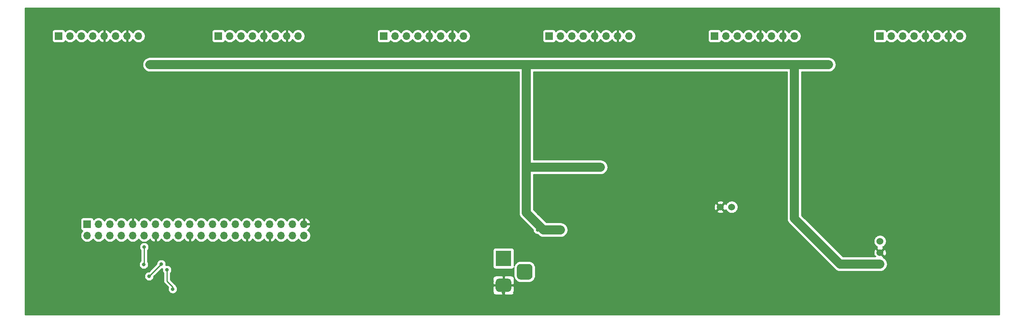
<source format=gbr>
%TF.GenerationSoftware,KiCad,Pcbnew,5.1.6-c6e7f7d~87~ubuntu20.04.1*%
%TF.CreationDate,2020-09-03T23:23:25-04:00*%
%TF.ProjectId,Nixie_Clk_Mother,4e697869-655f-4436-9c6b-5f4d6f746865,rev?*%
%TF.SameCoordinates,Original*%
%TF.FileFunction,Copper,L2,Bot*%
%TF.FilePolarity,Positive*%
%FSLAX46Y46*%
G04 Gerber Fmt 4.6, Leading zero omitted, Abs format (unit mm)*
G04 Created by KiCad (PCBNEW 5.1.6-c6e7f7d~87~ubuntu20.04.1) date 2020-09-03 23:23:25*
%MOMM*%
%LPD*%
G01*
G04 APERTURE LIST*
%TA.AperFunction,ComponentPad*%
%ADD10O,1.700000X1.700000*%
%TD*%
%TA.AperFunction,ComponentPad*%
%ADD11R,1.700000X1.700000*%
%TD*%
%TA.AperFunction,ComponentPad*%
%ADD12C,1.524000*%
%TD*%
%TA.AperFunction,ComponentPad*%
%ADD13R,3.500000X3.500000*%
%TD*%
%TA.AperFunction,ViaPad*%
%ADD14C,0.800000*%
%TD*%
%TA.AperFunction,Conductor*%
%ADD15C,2.000000*%
%TD*%
%TA.AperFunction,Conductor*%
%ADD16C,0.250000*%
%TD*%
%TA.AperFunction,Conductor*%
%ADD17C,0.254000*%
%TD*%
G04 APERTURE END LIST*
D10*
%TO.P,J7,8*%
%TO.N,/170V*%
X101854000Y-37846000D03*
%TO.P,J7,7*%
%TO.N,/GND*%
X99314000Y-37846000D03*
%TO.P,J7,6*%
%TO.N,/5V*%
X96774000Y-37846000D03*
%TO.P,J7,5*%
%TO.N,/GND*%
X94234000Y-37846000D03*
%TO.P,J7,4*%
%TO.N,Net-(J1-Pad21)*%
X91694000Y-37846000D03*
%TO.P,J7,3*%
%TO.N,Net-(J1-Pad19)*%
X89154000Y-37846000D03*
%TO.P,J7,2*%
%TO.N,Net-(J1-Pad15)*%
X86614000Y-37846000D03*
D11*
%TO.P,J7,1*%
%TO.N,Net-(J1-Pad13)*%
X84074000Y-37846000D03*
%TD*%
D10*
%TO.P,J6,8*%
%TO.N,/170V*%
X138684000Y-37846000D03*
%TO.P,J6,7*%
%TO.N,/GND*%
X136144000Y-37846000D03*
%TO.P,J6,6*%
%TO.N,/5V*%
X133604000Y-37846000D03*
%TO.P,J6,5*%
%TO.N,/GND*%
X131064000Y-37846000D03*
%TO.P,J6,4*%
%TO.N,Net-(J1-Pad33)*%
X128524000Y-37846000D03*
%TO.P,J6,3*%
%TO.N,Net-(J1-Pad31)*%
X125984000Y-37846000D03*
%TO.P,J6,2*%
%TO.N,Net-(J1-Pad25)*%
X123444000Y-37846000D03*
D11*
%TO.P,J6,1*%
%TO.N,Net-(J1-Pad23)*%
X120904000Y-37846000D03*
%TD*%
D10*
%TO.P,J5,8*%
%TO.N,/170V*%
X175514000Y-37846000D03*
%TO.P,J5,7*%
%TO.N,/GND*%
X172974000Y-37846000D03*
%TO.P,J5,6*%
%TO.N,/5V*%
X170434000Y-37846000D03*
%TO.P,J5,5*%
%TO.N,/GND*%
X167894000Y-37846000D03*
%TO.P,J5,4*%
%TO.N,Net-(J1-Pad36)*%
X165354000Y-37846000D03*
%TO.P,J5,3*%
%TO.N,Net-(J1-Pad38)*%
X162814000Y-37846000D03*
%TO.P,J5,2*%
%TO.N,Net-(J1-Pad37)*%
X160274000Y-37846000D03*
D11*
%TO.P,J5,1*%
%TO.N,Net-(J1-Pad35)*%
X157734000Y-37846000D03*
%TD*%
D10*
%TO.P,J4,8*%
%TO.N,/170V*%
X212344000Y-37846000D03*
%TO.P,J4,7*%
%TO.N,/GND*%
X209804000Y-37846000D03*
%TO.P,J4,6*%
%TO.N,/5V*%
X207264000Y-37846000D03*
%TO.P,J4,5*%
%TO.N,/GND*%
X204724000Y-37846000D03*
%TO.P,J4,4*%
%TO.N,Net-(J1-Pad22)*%
X202184000Y-37846000D03*
%TO.P,J4,3*%
%TO.N,Net-(J1-Pad24)*%
X199644000Y-37846000D03*
%TO.P,J4,2*%
%TO.N,Net-(J1-Pad26)*%
X197104000Y-37846000D03*
D11*
%TO.P,J4,1*%
%TO.N,Net-(J1-Pad32)*%
X194564000Y-37846000D03*
%TD*%
D10*
%TO.P,J3,8*%
%TO.N,/170V*%
X249174000Y-37846000D03*
%TO.P,J3,7*%
%TO.N,/GND*%
X246634000Y-37846000D03*
%TO.P,J3,6*%
%TO.N,/5V*%
X244094000Y-37846000D03*
%TO.P,J3,5*%
%TO.N,/GND*%
X241554000Y-37846000D03*
%TO.P,J3,4*%
%TO.N,Net-(J1-Pad18)*%
X239014000Y-37846000D03*
%TO.P,J3,3*%
%TO.N,Net-(J1-Pad16)*%
X236474000Y-37846000D03*
%TO.P,J3,2*%
%TO.N,Net-(J1-Pad12)*%
X233934000Y-37846000D03*
D11*
%TO.P,J3,1*%
%TO.N,Net-(J1-Pad10)*%
X231394000Y-37846000D03*
%TD*%
D10*
%TO.P,J2,8*%
%TO.N,/170V*%
X66294000Y-37846000D03*
%TO.P,J2,7*%
%TO.N,/GND*%
X63754000Y-37846000D03*
%TO.P,J2,6*%
%TO.N,/5V*%
X61214000Y-37846000D03*
%TO.P,J2,5*%
%TO.N,/GND*%
X58674000Y-37846000D03*
%TO.P,J2,4*%
%TO.N,Net-(J1-Pad11)*%
X56134000Y-37846000D03*
%TO.P,J2,3*%
%TO.N,Net-(J1-Pad7)*%
X53594000Y-37846000D03*
%TO.P,J2,2*%
%TO.N,Net-(J1-Pad5)*%
X51054000Y-37846000D03*
D11*
%TO.P,J2,1*%
%TO.N,Net-(J1-Pad3)*%
X48514000Y-37846000D03*
%TD*%
D12*
%TO.P,U2,1*%
%TO.N,/GND*%
X195834000Y-75946000D03*
%TO.P,U2,2*%
%TO.N,/12V*%
X198374000Y-75946000D03*
%TO.P,U2,5*%
%TO.N,/5V*%
X231394000Y-88646000D03*
%TO.P,U2,4*%
%TO.N,/GND*%
X231394000Y-86106000D03*
%TO.P,U2,3*%
%TO.N,/170V*%
X231394000Y-83566000D03*
%TD*%
D11*
%TO.P,J1,1*%
%TO.N,Net-(J1-Pad1)*%
X54864000Y-79756000D03*
D10*
%TO.P,J1,2*%
%TO.N,/5V*%
X54864000Y-82296000D03*
%TO.P,J1,3*%
%TO.N,Net-(J1-Pad3)*%
X57404000Y-79756000D03*
%TO.P,J1,4*%
%TO.N,/5V*%
X57404000Y-82296000D03*
%TO.P,J1,5*%
%TO.N,Net-(J1-Pad5)*%
X59944000Y-79756000D03*
%TO.P,J1,6*%
%TO.N,Net-(J1-Pad6)*%
X59944000Y-82296000D03*
%TO.P,J1,7*%
%TO.N,Net-(J1-Pad7)*%
X62484000Y-79756000D03*
%TO.P,J1,8*%
%TO.N,Net-(J1-Pad8)*%
X62484000Y-82296000D03*
%TO.P,J1,9*%
%TO.N,/GND*%
X65024000Y-79756000D03*
%TO.P,J1,10*%
%TO.N,Net-(J1-Pad10)*%
X65024000Y-82296000D03*
%TO.P,J1,11*%
%TO.N,Net-(J1-Pad11)*%
X67564000Y-79756000D03*
%TO.P,J1,12*%
%TO.N,Net-(J1-Pad12)*%
X67564000Y-82296000D03*
%TO.P,J1,13*%
%TO.N,Net-(J1-Pad13)*%
X70104000Y-79756000D03*
%TO.P,J1,14*%
%TO.N,/GND*%
X70104000Y-82296000D03*
%TO.P,J1,15*%
%TO.N,Net-(J1-Pad15)*%
X72644000Y-79756000D03*
%TO.P,J1,16*%
%TO.N,Net-(J1-Pad16)*%
X72644000Y-82296000D03*
%TO.P,J1,17*%
%TO.N,Net-(J1-Pad17)*%
X75184000Y-79756000D03*
%TO.P,J1,18*%
%TO.N,Net-(J1-Pad18)*%
X75184000Y-82296000D03*
%TO.P,J1,19*%
%TO.N,Net-(J1-Pad19)*%
X77724000Y-79756000D03*
%TO.P,J1,20*%
%TO.N,/GND*%
X77724000Y-82296000D03*
%TO.P,J1,21*%
%TO.N,Net-(J1-Pad21)*%
X80264000Y-79756000D03*
%TO.P,J1,22*%
%TO.N,Net-(J1-Pad22)*%
X80264000Y-82296000D03*
%TO.P,J1,23*%
%TO.N,Net-(J1-Pad23)*%
X82804000Y-79756000D03*
%TO.P,J1,24*%
%TO.N,Net-(J1-Pad24)*%
X82804000Y-82296000D03*
%TO.P,J1,25*%
%TO.N,Net-(J1-Pad25)*%
X85344000Y-79756000D03*
%TO.P,J1,26*%
%TO.N,Net-(J1-Pad26)*%
X85344000Y-82296000D03*
%TO.P,J1,27*%
%TO.N,Net-(J1-Pad27)*%
X87884000Y-79756000D03*
%TO.P,J1,28*%
%TO.N,Net-(J1-Pad28)*%
X87884000Y-82296000D03*
%TO.P,J1,29*%
%TO.N,Net-(J1-Pad29)*%
X90424000Y-79756000D03*
%TO.P,J1,30*%
%TO.N,/GND*%
X90424000Y-82296000D03*
%TO.P,J1,31*%
%TO.N,Net-(J1-Pad31)*%
X92964000Y-79756000D03*
%TO.P,J1,32*%
%TO.N,Net-(J1-Pad32)*%
X92964000Y-82296000D03*
%TO.P,J1,33*%
%TO.N,Net-(J1-Pad33)*%
X95504000Y-79756000D03*
%TO.P,J1,34*%
%TO.N,/GND*%
X95504000Y-82296000D03*
%TO.P,J1,35*%
%TO.N,Net-(J1-Pad35)*%
X98044000Y-79756000D03*
%TO.P,J1,36*%
%TO.N,Net-(J1-Pad36)*%
X98044000Y-82296000D03*
%TO.P,J1,37*%
%TO.N,Net-(J1-Pad37)*%
X100584000Y-79756000D03*
%TO.P,J1,38*%
%TO.N,Net-(J1-Pad38)*%
X100584000Y-82296000D03*
%TO.P,J1,39*%
%TO.N,/GND*%
X103124000Y-79756000D03*
%TO.P,J1,40*%
%TO.N,Net-(J1-Pad40)*%
X103124000Y-82296000D03*
%TD*%
D13*
%TO.P,J8,1*%
%TO.N,/12V*%
X147574000Y-87376000D03*
%TO.P,J8,2*%
%TO.N,/GND*%
%TA.AperFunction,ComponentPad*%
G36*
G01*
X148574000Y-94876000D02*
X146574000Y-94876000D01*
G75*
G02*
X145824000Y-94126000I0J750000D01*
G01*
X145824000Y-92626000D01*
G75*
G02*
X146574000Y-91876000I750000J0D01*
G01*
X148574000Y-91876000D01*
G75*
G02*
X149324000Y-92626000I0J-750000D01*
G01*
X149324000Y-94126000D01*
G75*
G02*
X148574000Y-94876000I-750000J0D01*
G01*
G37*
%TD.AperFunction*%
%TO.P,J8,3*%
%TO.N,N/C*%
%TA.AperFunction,ComponentPad*%
G36*
G01*
X153149000Y-92126000D02*
X151399000Y-92126000D01*
G75*
G02*
X150524000Y-91251000I0J875000D01*
G01*
X150524000Y-89501000D01*
G75*
G02*
X151399000Y-88626000I875000J0D01*
G01*
X153149000Y-88626000D01*
G75*
G02*
X154024000Y-89501000I0J-875000D01*
G01*
X154024000Y-91251000D01*
G75*
G02*
X153149000Y-92126000I-875000J0D01*
G01*
G37*
%TD.AperFunction*%
%TD*%
D14*
%TO.N,/GND*%
X160274000Y-78486000D03*
X145034000Y-92456000D03*
X145034000Y-94996000D03*
X175514000Y-69596000D03*
X178054000Y-69596000D03*
X176784000Y-65786000D03*
X117094000Y-63246000D03*
X119634000Y-63246000D03*
X122174000Y-63246000D03*
X122174000Y-68326000D03*
X119634000Y-68326000D03*
X117094000Y-68326000D03*
X117094000Y-65786000D03*
X122174000Y-65786000D03*
X145034000Y-97536000D03*
X147574000Y-97536000D03*
X150114000Y-97536000D03*
X147574000Y-94996000D03*
X150114000Y-94996000D03*
%TO.N,/5V*%
X160274000Y-81026000D03*
X68834000Y-44196000D03*
X96774000Y-44196000D03*
X133604000Y-44196000D03*
X170434000Y-44196000D03*
X207264000Y-44196000D03*
X155194000Y-81026000D03*
X219964000Y-44196000D03*
X165558999Y-67260999D03*
%TO.N,Net-(J1-Pad12)*%
X67564000Y-84836000D03*
X67474215Y-88735785D03*
%TO.N,Net-(J1-Pad16)*%
X68654430Y-91365570D03*
X71374000Y-88646000D03*
%TO.N,Net-(J1-Pad18)*%
X72644000Y-89916000D03*
X73914000Y-94231010D03*
%TD*%
D15*
%TO.N,/5V*%
X160274000Y-81026000D02*
X156464000Y-81026000D01*
X156464000Y-81026000D02*
X153924000Y-78486000D01*
X153924000Y-78486000D02*
X152654000Y-77216000D01*
X152654000Y-44196000D02*
X169164000Y-44196000D01*
X70104000Y-44196000D02*
X68834000Y-44196000D01*
X95504000Y-44196000D02*
X70104000Y-44196000D01*
X96774000Y-44196000D02*
X95504000Y-44196000D01*
X132334000Y-44196000D02*
X96774000Y-44196000D01*
X169164000Y-44196000D02*
X170434000Y-44196000D01*
X170434000Y-44196000D02*
X205994000Y-44196000D01*
X205994000Y-44196000D02*
X207264000Y-44196000D01*
X152654000Y-67056000D02*
X152654000Y-44196000D01*
X152654000Y-77216000D02*
X152654000Y-67056000D01*
X219964000Y-44196000D02*
X218694000Y-44196000D01*
X207264000Y-44196000D02*
X212344000Y-44196000D01*
X212344000Y-44196000D02*
X218694000Y-44196000D01*
X132334000Y-44196000D02*
X152654000Y-44196000D01*
X222504000Y-88646000D02*
X231394000Y-88646000D01*
X212344000Y-78486000D02*
X222504000Y-88646000D01*
X212344000Y-44196000D02*
X212344000Y-78486000D01*
X169164000Y-67056000D02*
X152654000Y-67056000D01*
D16*
%TO.N,Net-(J1-Pad12)*%
X67564000Y-84836000D02*
X67564000Y-88646000D01*
X67564000Y-88646000D02*
X67474215Y-88735785D01*
%TO.N,Net-(J1-Pad16)*%
X68654430Y-91365570D02*
X71374000Y-88646000D01*
%TO.N,Net-(J1-Pad18)*%
X72644000Y-89916000D02*
X72644000Y-92456000D01*
X72644000Y-92456000D02*
X73914000Y-93726000D01*
X73914000Y-93726000D02*
X73914000Y-94231010D01*
%TD*%
D17*
%TO.N,/GND*%
G36*
X257937000Y-99949000D02*
G01*
X41021000Y-99949000D01*
X41021000Y-91263631D01*
X67619430Y-91263631D01*
X67619430Y-91467509D01*
X67659204Y-91667468D01*
X67737225Y-91855826D01*
X67850493Y-92025344D01*
X67994656Y-92169507D01*
X68164174Y-92282775D01*
X68352532Y-92360796D01*
X68552491Y-92400570D01*
X68756369Y-92400570D01*
X68956328Y-92360796D01*
X69144686Y-92282775D01*
X69314204Y-92169507D01*
X69458367Y-92025344D01*
X69571635Y-91855826D01*
X69649656Y-91667468D01*
X69689430Y-91467509D01*
X69689430Y-91405371D01*
X71413802Y-89681000D01*
X71475939Y-89681000D01*
X71642039Y-89647961D01*
X71609000Y-89814061D01*
X71609000Y-90017939D01*
X71648774Y-90217898D01*
X71726795Y-90406256D01*
X71840063Y-90575774D01*
X71884000Y-90619711D01*
X71884001Y-92418668D01*
X71880324Y-92456000D01*
X71894998Y-92604985D01*
X71938454Y-92748246D01*
X72009026Y-92880276D01*
X72076361Y-92962323D01*
X72104000Y-92996001D01*
X72132998Y-93019799D01*
X72954957Y-93841759D01*
X72918774Y-93929112D01*
X72879000Y-94129071D01*
X72879000Y-94332949D01*
X72918774Y-94532908D01*
X72996795Y-94721266D01*
X73110063Y-94890784D01*
X73254226Y-95034947D01*
X73423744Y-95148215D01*
X73612102Y-95226236D01*
X73812061Y-95266010D01*
X74015939Y-95266010D01*
X74215898Y-95226236D01*
X74404256Y-95148215D01*
X74573774Y-95034947D01*
X74717937Y-94890784D01*
X74727815Y-94876000D01*
X145185928Y-94876000D01*
X145198188Y-95000482D01*
X145234498Y-95120180D01*
X145293463Y-95230494D01*
X145372815Y-95327185D01*
X145469506Y-95406537D01*
X145579820Y-95465502D01*
X145699518Y-95501812D01*
X145824000Y-95514072D01*
X147288250Y-95511000D01*
X147447000Y-95352250D01*
X147447000Y-93503000D01*
X147701000Y-93503000D01*
X147701000Y-95352250D01*
X147859750Y-95511000D01*
X149324000Y-95514072D01*
X149448482Y-95501812D01*
X149568180Y-95465502D01*
X149678494Y-95406537D01*
X149775185Y-95327185D01*
X149854537Y-95230494D01*
X149913502Y-95120180D01*
X149949812Y-95000482D01*
X149962072Y-94876000D01*
X149959000Y-93661750D01*
X149800250Y-93503000D01*
X147701000Y-93503000D01*
X147447000Y-93503000D01*
X145347750Y-93503000D01*
X145189000Y-93661750D01*
X145185928Y-94876000D01*
X74727815Y-94876000D01*
X74831205Y-94721266D01*
X74909226Y-94532908D01*
X74949000Y-94332949D01*
X74949000Y-94129071D01*
X74909226Y-93929112D01*
X74831205Y-93740754D01*
X74717937Y-93571236D01*
X74636568Y-93489867D01*
X74619546Y-93433753D01*
X74548974Y-93301724D01*
X74454001Y-93185999D01*
X74425004Y-93162202D01*
X73404000Y-92141199D01*
X73404000Y-91876000D01*
X145185928Y-91876000D01*
X145189000Y-93090250D01*
X145347750Y-93249000D01*
X147447000Y-93249000D01*
X147447000Y-91399750D01*
X147701000Y-91399750D01*
X147701000Y-93249000D01*
X149800250Y-93249000D01*
X149959000Y-93090250D01*
X149962072Y-91876000D01*
X149949812Y-91751518D01*
X149913502Y-91631820D01*
X149854537Y-91521506D01*
X149775185Y-91424815D01*
X149678494Y-91345463D01*
X149568180Y-91286498D01*
X149448482Y-91250188D01*
X149324000Y-91237928D01*
X147859750Y-91241000D01*
X147701000Y-91399750D01*
X147447000Y-91399750D01*
X147288250Y-91241000D01*
X145824000Y-91237928D01*
X145699518Y-91250188D01*
X145579820Y-91286498D01*
X145469506Y-91345463D01*
X145372815Y-91424815D01*
X145293463Y-91521506D01*
X145234498Y-91631820D01*
X145198188Y-91751518D01*
X145185928Y-91876000D01*
X73404000Y-91876000D01*
X73404000Y-90619711D01*
X73447937Y-90575774D01*
X73561205Y-90406256D01*
X73639226Y-90217898D01*
X73679000Y-90017939D01*
X73679000Y-89814061D01*
X73639226Y-89614102D01*
X73561205Y-89425744D01*
X73447937Y-89256226D01*
X73303774Y-89112063D01*
X73134256Y-88998795D01*
X72945898Y-88920774D01*
X72745939Y-88881000D01*
X72542061Y-88881000D01*
X72375961Y-88914039D01*
X72409000Y-88747939D01*
X72409000Y-88544061D01*
X72369226Y-88344102D01*
X72291205Y-88155744D01*
X72177937Y-87986226D01*
X72033774Y-87842063D01*
X71864256Y-87728795D01*
X71675898Y-87650774D01*
X71475939Y-87611000D01*
X71272061Y-87611000D01*
X71072102Y-87650774D01*
X70883744Y-87728795D01*
X70714226Y-87842063D01*
X70570063Y-87986226D01*
X70456795Y-88155744D01*
X70378774Y-88344102D01*
X70339000Y-88544061D01*
X70339000Y-88606198D01*
X68614629Y-90330570D01*
X68552491Y-90330570D01*
X68352532Y-90370344D01*
X68164174Y-90448365D01*
X67994656Y-90561633D01*
X67850493Y-90705796D01*
X67737225Y-90875314D01*
X67659204Y-91063672D01*
X67619430Y-91263631D01*
X41021000Y-91263631D01*
X41021000Y-88633846D01*
X66439215Y-88633846D01*
X66439215Y-88837724D01*
X66478989Y-89037683D01*
X66557010Y-89226041D01*
X66670278Y-89395559D01*
X66814441Y-89539722D01*
X66983959Y-89652990D01*
X67172317Y-89731011D01*
X67372276Y-89770785D01*
X67576154Y-89770785D01*
X67776113Y-89731011D01*
X67964471Y-89652990D01*
X68133989Y-89539722D01*
X68278152Y-89395559D01*
X68391420Y-89226041D01*
X68469441Y-89037683D01*
X68509215Y-88837724D01*
X68509215Y-88633846D01*
X68469441Y-88433887D01*
X68391420Y-88245529D01*
X68324000Y-88144628D01*
X68324000Y-85626000D01*
X145185928Y-85626000D01*
X145185928Y-89126000D01*
X145198188Y-89250482D01*
X145234498Y-89370180D01*
X145293463Y-89480494D01*
X145372815Y-89577185D01*
X145469506Y-89656537D01*
X145579820Y-89715502D01*
X145699518Y-89751812D01*
X145824000Y-89764072D01*
X149324000Y-89764072D01*
X149448482Y-89751812D01*
X149568180Y-89715502D01*
X149678494Y-89656537D01*
X149775185Y-89577185D01*
X149854537Y-89480494D01*
X149895494Y-89403869D01*
X149885928Y-89501000D01*
X149885928Y-91251000D01*
X149915001Y-91546186D01*
X150001104Y-91830028D01*
X150140927Y-92091618D01*
X150329097Y-92320903D01*
X150558382Y-92509073D01*
X150819972Y-92648896D01*
X151103814Y-92734999D01*
X151399000Y-92764072D01*
X153149000Y-92764072D01*
X153444186Y-92734999D01*
X153728028Y-92648896D01*
X153989618Y-92509073D01*
X154218903Y-92320903D01*
X154407073Y-92091618D01*
X154546896Y-91830028D01*
X154632999Y-91546186D01*
X154662072Y-91251000D01*
X154662072Y-89501000D01*
X154632999Y-89205814D01*
X154546896Y-88921972D01*
X154407073Y-88660382D01*
X154218903Y-88431097D01*
X153989618Y-88242927D01*
X153728028Y-88103104D01*
X153444186Y-88017001D01*
X153149000Y-87987928D01*
X151399000Y-87987928D01*
X151103814Y-88017001D01*
X150819972Y-88103104D01*
X150558382Y-88242927D01*
X150329097Y-88431097D01*
X150140927Y-88660382D01*
X150001104Y-88921972D01*
X149962072Y-89050643D01*
X149962072Y-85626000D01*
X149949812Y-85501518D01*
X149913502Y-85381820D01*
X149854537Y-85271506D01*
X149775185Y-85174815D01*
X149678494Y-85095463D01*
X149568180Y-85036498D01*
X149448482Y-85000188D01*
X149324000Y-84987928D01*
X145824000Y-84987928D01*
X145699518Y-85000188D01*
X145579820Y-85036498D01*
X145469506Y-85095463D01*
X145372815Y-85174815D01*
X145293463Y-85271506D01*
X145234498Y-85381820D01*
X145198188Y-85501518D01*
X145185928Y-85626000D01*
X68324000Y-85626000D01*
X68324000Y-85539711D01*
X68367937Y-85495774D01*
X68481205Y-85326256D01*
X68559226Y-85137898D01*
X68599000Y-84937939D01*
X68599000Y-84734061D01*
X68559226Y-84534102D01*
X68481205Y-84345744D01*
X68367937Y-84176226D01*
X68223774Y-84032063D01*
X68054256Y-83918795D01*
X67865898Y-83840774D01*
X67665939Y-83801000D01*
X67462061Y-83801000D01*
X67262102Y-83840774D01*
X67073744Y-83918795D01*
X66904226Y-84032063D01*
X66760063Y-84176226D01*
X66646795Y-84345744D01*
X66568774Y-84534102D01*
X66529000Y-84734061D01*
X66529000Y-84937939D01*
X66568774Y-85137898D01*
X66646795Y-85326256D01*
X66760063Y-85495774D01*
X66804000Y-85539711D01*
X66804001Y-87942288D01*
X66670278Y-88076011D01*
X66557010Y-88245529D01*
X66478989Y-88433887D01*
X66439215Y-88633846D01*
X41021000Y-88633846D01*
X41021000Y-78906000D01*
X53375928Y-78906000D01*
X53375928Y-80606000D01*
X53388188Y-80730482D01*
X53424498Y-80850180D01*
X53483463Y-80960494D01*
X53562815Y-81057185D01*
X53659506Y-81136537D01*
X53769820Y-81195502D01*
X53842380Y-81217513D01*
X53710525Y-81349368D01*
X53548010Y-81592589D01*
X53436068Y-81862842D01*
X53379000Y-82149740D01*
X53379000Y-82442260D01*
X53436068Y-82729158D01*
X53548010Y-82999411D01*
X53710525Y-83242632D01*
X53917368Y-83449475D01*
X54160589Y-83611990D01*
X54430842Y-83723932D01*
X54717740Y-83781000D01*
X55010260Y-83781000D01*
X55297158Y-83723932D01*
X55567411Y-83611990D01*
X55810632Y-83449475D01*
X56017475Y-83242632D01*
X56134000Y-83068240D01*
X56250525Y-83242632D01*
X56457368Y-83449475D01*
X56700589Y-83611990D01*
X56970842Y-83723932D01*
X57257740Y-83781000D01*
X57550260Y-83781000D01*
X57837158Y-83723932D01*
X58107411Y-83611990D01*
X58350632Y-83449475D01*
X58557475Y-83242632D01*
X58674000Y-83068240D01*
X58790525Y-83242632D01*
X58997368Y-83449475D01*
X59240589Y-83611990D01*
X59510842Y-83723932D01*
X59797740Y-83781000D01*
X60090260Y-83781000D01*
X60377158Y-83723932D01*
X60647411Y-83611990D01*
X60890632Y-83449475D01*
X61097475Y-83242632D01*
X61214000Y-83068240D01*
X61330525Y-83242632D01*
X61537368Y-83449475D01*
X61780589Y-83611990D01*
X62050842Y-83723932D01*
X62337740Y-83781000D01*
X62630260Y-83781000D01*
X62917158Y-83723932D01*
X63187411Y-83611990D01*
X63430632Y-83449475D01*
X63637475Y-83242632D01*
X63754000Y-83068240D01*
X63870525Y-83242632D01*
X64077368Y-83449475D01*
X64320589Y-83611990D01*
X64590842Y-83723932D01*
X64877740Y-83781000D01*
X65170260Y-83781000D01*
X65457158Y-83723932D01*
X65727411Y-83611990D01*
X65970632Y-83449475D01*
X66177475Y-83242632D01*
X66294000Y-83068240D01*
X66410525Y-83242632D01*
X66617368Y-83449475D01*
X66860589Y-83611990D01*
X67130842Y-83723932D01*
X67417740Y-83781000D01*
X67710260Y-83781000D01*
X67997158Y-83723932D01*
X68267411Y-83611990D01*
X68510632Y-83449475D01*
X68717475Y-83242632D01*
X68839195Y-83060466D01*
X68908822Y-83177355D01*
X69103731Y-83393588D01*
X69337080Y-83567641D01*
X69599901Y-83692825D01*
X69747110Y-83737476D01*
X69977000Y-83616155D01*
X69977000Y-82423000D01*
X69957000Y-82423000D01*
X69957000Y-82169000D01*
X69977000Y-82169000D01*
X69977000Y-82149000D01*
X70231000Y-82149000D01*
X70231000Y-82169000D01*
X70251000Y-82169000D01*
X70251000Y-82423000D01*
X70231000Y-82423000D01*
X70231000Y-83616155D01*
X70460890Y-83737476D01*
X70608099Y-83692825D01*
X70870920Y-83567641D01*
X71104269Y-83393588D01*
X71299178Y-83177355D01*
X71368805Y-83060466D01*
X71490525Y-83242632D01*
X71697368Y-83449475D01*
X71940589Y-83611990D01*
X72210842Y-83723932D01*
X72497740Y-83781000D01*
X72790260Y-83781000D01*
X73077158Y-83723932D01*
X73347411Y-83611990D01*
X73590632Y-83449475D01*
X73797475Y-83242632D01*
X73914000Y-83068240D01*
X74030525Y-83242632D01*
X74237368Y-83449475D01*
X74480589Y-83611990D01*
X74750842Y-83723932D01*
X75037740Y-83781000D01*
X75330260Y-83781000D01*
X75617158Y-83723932D01*
X75887411Y-83611990D01*
X76130632Y-83449475D01*
X76337475Y-83242632D01*
X76459195Y-83060466D01*
X76528822Y-83177355D01*
X76723731Y-83393588D01*
X76957080Y-83567641D01*
X77219901Y-83692825D01*
X77367110Y-83737476D01*
X77597000Y-83616155D01*
X77597000Y-82423000D01*
X77577000Y-82423000D01*
X77577000Y-82169000D01*
X77597000Y-82169000D01*
X77597000Y-82149000D01*
X77851000Y-82149000D01*
X77851000Y-82169000D01*
X77871000Y-82169000D01*
X77871000Y-82423000D01*
X77851000Y-82423000D01*
X77851000Y-83616155D01*
X78080890Y-83737476D01*
X78228099Y-83692825D01*
X78490920Y-83567641D01*
X78724269Y-83393588D01*
X78919178Y-83177355D01*
X78988805Y-83060466D01*
X79110525Y-83242632D01*
X79317368Y-83449475D01*
X79560589Y-83611990D01*
X79830842Y-83723932D01*
X80117740Y-83781000D01*
X80410260Y-83781000D01*
X80697158Y-83723932D01*
X80967411Y-83611990D01*
X81210632Y-83449475D01*
X81417475Y-83242632D01*
X81534000Y-83068240D01*
X81650525Y-83242632D01*
X81857368Y-83449475D01*
X82100589Y-83611990D01*
X82370842Y-83723932D01*
X82657740Y-83781000D01*
X82950260Y-83781000D01*
X83237158Y-83723932D01*
X83507411Y-83611990D01*
X83750632Y-83449475D01*
X83957475Y-83242632D01*
X84074000Y-83068240D01*
X84190525Y-83242632D01*
X84397368Y-83449475D01*
X84640589Y-83611990D01*
X84910842Y-83723932D01*
X85197740Y-83781000D01*
X85490260Y-83781000D01*
X85777158Y-83723932D01*
X86047411Y-83611990D01*
X86290632Y-83449475D01*
X86497475Y-83242632D01*
X86614000Y-83068240D01*
X86730525Y-83242632D01*
X86937368Y-83449475D01*
X87180589Y-83611990D01*
X87450842Y-83723932D01*
X87737740Y-83781000D01*
X88030260Y-83781000D01*
X88317158Y-83723932D01*
X88587411Y-83611990D01*
X88830632Y-83449475D01*
X89037475Y-83242632D01*
X89159195Y-83060466D01*
X89228822Y-83177355D01*
X89423731Y-83393588D01*
X89657080Y-83567641D01*
X89919901Y-83692825D01*
X90067110Y-83737476D01*
X90297000Y-83616155D01*
X90297000Y-82423000D01*
X90277000Y-82423000D01*
X90277000Y-82169000D01*
X90297000Y-82169000D01*
X90297000Y-82149000D01*
X90551000Y-82149000D01*
X90551000Y-82169000D01*
X90571000Y-82169000D01*
X90571000Y-82423000D01*
X90551000Y-82423000D01*
X90551000Y-83616155D01*
X90780890Y-83737476D01*
X90928099Y-83692825D01*
X91190920Y-83567641D01*
X91424269Y-83393588D01*
X91619178Y-83177355D01*
X91688805Y-83060466D01*
X91810525Y-83242632D01*
X92017368Y-83449475D01*
X92260589Y-83611990D01*
X92530842Y-83723932D01*
X92817740Y-83781000D01*
X93110260Y-83781000D01*
X93397158Y-83723932D01*
X93667411Y-83611990D01*
X93910632Y-83449475D01*
X94117475Y-83242632D01*
X94239195Y-83060466D01*
X94308822Y-83177355D01*
X94503731Y-83393588D01*
X94737080Y-83567641D01*
X94999901Y-83692825D01*
X95147110Y-83737476D01*
X95377000Y-83616155D01*
X95377000Y-82423000D01*
X95357000Y-82423000D01*
X95357000Y-82169000D01*
X95377000Y-82169000D01*
X95377000Y-82149000D01*
X95631000Y-82149000D01*
X95631000Y-82169000D01*
X95651000Y-82169000D01*
X95651000Y-82423000D01*
X95631000Y-82423000D01*
X95631000Y-83616155D01*
X95860890Y-83737476D01*
X96008099Y-83692825D01*
X96270920Y-83567641D01*
X96504269Y-83393588D01*
X96699178Y-83177355D01*
X96768805Y-83060466D01*
X96890525Y-83242632D01*
X97097368Y-83449475D01*
X97340589Y-83611990D01*
X97610842Y-83723932D01*
X97897740Y-83781000D01*
X98190260Y-83781000D01*
X98477158Y-83723932D01*
X98747411Y-83611990D01*
X98990632Y-83449475D01*
X99197475Y-83242632D01*
X99314000Y-83068240D01*
X99430525Y-83242632D01*
X99637368Y-83449475D01*
X99880589Y-83611990D01*
X100150842Y-83723932D01*
X100437740Y-83781000D01*
X100730260Y-83781000D01*
X101017158Y-83723932D01*
X101287411Y-83611990D01*
X101530632Y-83449475D01*
X101737475Y-83242632D01*
X101854000Y-83068240D01*
X101970525Y-83242632D01*
X102177368Y-83449475D01*
X102420589Y-83611990D01*
X102690842Y-83723932D01*
X102977740Y-83781000D01*
X103270260Y-83781000D01*
X103557158Y-83723932D01*
X103827411Y-83611990D01*
X104070632Y-83449475D01*
X104277475Y-83242632D01*
X104439990Y-82999411D01*
X104551932Y-82729158D01*
X104609000Y-82442260D01*
X104609000Y-82149740D01*
X104551932Y-81862842D01*
X104439990Y-81592589D01*
X104277475Y-81349368D01*
X104070632Y-81142525D01*
X103894594Y-81024900D01*
X104124269Y-80853588D01*
X104319178Y-80637355D01*
X104468157Y-80387252D01*
X104565481Y-80112891D01*
X104444814Y-79883000D01*
X103251000Y-79883000D01*
X103251000Y-79903000D01*
X102997000Y-79903000D01*
X102997000Y-79883000D01*
X102977000Y-79883000D01*
X102977000Y-79629000D01*
X102997000Y-79629000D01*
X102997000Y-78435845D01*
X103251000Y-78435845D01*
X103251000Y-79629000D01*
X104444814Y-79629000D01*
X104565481Y-79399109D01*
X104468157Y-79124748D01*
X104319178Y-78874645D01*
X104124269Y-78658412D01*
X103890920Y-78484359D01*
X103628099Y-78359175D01*
X103480890Y-78314524D01*
X103251000Y-78435845D01*
X102997000Y-78435845D01*
X102767110Y-78314524D01*
X102619901Y-78359175D01*
X102357080Y-78484359D01*
X102123731Y-78658412D01*
X101928822Y-78874645D01*
X101859195Y-78991534D01*
X101737475Y-78809368D01*
X101530632Y-78602525D01*
X101287411Y-78440010D01*
X101017158Y-78328068D01*
X100730260Y-78271000D01*
X100437740Y-78271000D01*
X100150842Y-78328068D01*
X99880589Y-78440010D01*
X99637368Y-78602525D01*
X99430525Y-78809368D01*
X99314000Y-78983760D01*
X99197475Y-78809368D01*
X98990632Y-78602525D01*
X98747411Y-78440010D01*
X98477158Y-78328068D01*
X98190260Y-78271000D01*
X97897740Y-78271000D01*
X97610842Y-78328068D01*
X97340589Y-78440010D01*
X97097368Y-78602525D01*
X96890525Y-78809368D01*
X96774000Y-78983760D01*
X96657475Y-78809368D01*
X96450632Y-78602525D01*
X96207411Y-78440010D01*
X95937158Y-78328068D01*
X95650260Y-78271000D01*
X95357740Y-78271000D01*
X95070842Y-78328068D01*
X94800589Y-78440010D01*
X94557368Y-78602525D01*
X94350525Y-78809368D01*
X94234000Y-78983760D01*
X94117475Y-78809368D01*
X93910632Y-78602525D01*
X93667411Y-78440010D01*
X93397158Y-78328068D01*
X93110260Y-78271000D01*
X92817740Y-78271000D01*
X92530842Y-78328068D01*
X92260589Y-78440010D01*
X92017368Y-78602525D01*
X91810525Y-78809368D01*
X91694000Y-78983760D01*
X91577475Y-78809368D01*
X91370632Y-78602525D01*
X91127411Y-78440010D01*
X90857158Y-78328068D01*
X90570260Y-78271000D01*
X90277740Y-78271000D01*
X89990842Y-78328068D01*
X89720589Y-78440010D01*
X89477368Y-78602525D01*
X89270525Y-78809368D01*
X89154000Y-78983760D01*
X89037475Y-78809368D01*
X88830632Y-78602525D01*
X88587411Y-78440010D01*
X88317158Y-78328068D01*
X88030260Y-78271000D01*
X87737740Y-78271000D01*
X87450842Y-78328068D01*
X87180589Y-78440010D01*
X86937368Y-78602525D01*
X86730525Y-78809368D01*
X86614000Y-78983760D01*
X86497475Y-78809368D01*
X86290632Y-78602525D01*
X86047411Y-78440010D01*
X85777158Y-78328068D01*
X85490260Y-78271000D01*
X85197740Y-78271000D01*
X84910842Y-78328068D01*
X84640589Y-78440010D01*
X84397368Y-78602525D01*
X84190525Y-78809368D01*
X84074000Y-78983760D01*
X83957475Y-78809368D01*
X83750632Y-78602525D01*
X83507411Y-78440010D01*
X83237158Y-78328068D01*
X82950260Y-78271000D01*
X82657740Y-78271000D01*
X82370842Y-78328068D01*
X82100589Y-78440010D01*
X81857368Y-78602525D01*
X81650525Y-78809368D01*
X81534000Y-78983760D01*
X81417475Y-78809368D01*
X81210632Y-78602525D01*
X80967411Y-78440010D01*
X80697158Y-78328068D01*
X80410260Y-78271000D01*
X80117740Y-78271000D01*
X79830842Y-78328068D01*
X79560589Y-78440010D01*
X79317368Y-78602525D01*
X79110525Y-78809368D01*
X78994000Y-78983760D01*
X78877475Y-78809368D01*
X78670632Y-78602525D01*
X78427411Y-78440010D01*
X78157158Y-78328068D01*
X77870260Y-78271000D01*
X77577740Y-78271000D01*
X77290842Y-78328068D01*
X77020589Y-78440010D01*
X76777368Y-78602525D01*
X76570525Y-78809368D01*
X76454000Y-78983760D01*
X76337475Y-78809368D01*
X76130632Y-78602525D01*
X75887411Y-78440010D01*
X75617158Y-78328068D01*
X75330260Y-78271000D01*
X75037740Y-78271000D01*
X74750842Y-78328068D01*
X74480589Y-78440010D01*
X74237368Y-78602525D01*
X74030525Y-78809368D01*
X73914000Y-78983760D01*
X73797475Y-78809368D01*
X73590632Y-78602525D01*
X73347411Y-78440010D01*
X73077158Y-78328068D01*
X72790260Y-78271000D01*
X72497740Y-78271000D01*
X72210842Y-78328068D01*
X71940589Y-78440010D01*
X71697368Y-78602525D01*
X71490525Y-78809368D01*
X71374000Y-78983760D01*
X71257475Y-78809368D01*
X71050632Y-78602525D01*
X70807411Y-78440010D01*
X70537158Y-78328068D01*
X70250260Y-78271000D01*
X69957740Y-78271000D01*
X69670842Y-78328068D01*
X69400589Y-78440010D01*
X69157368Y-78602525D01*
X68950525Y-78809368D01*
X68834000Y-78983760D01*
X68717475Y-78809368D01*
X68510632Y-78602525D01*
X68267411Y-78440010D01*
X67997158Y-78328068D01*
X67710260Y-78271000D01*
X67417740Y-78271000D01*
X67130842Y-78328068D01*
X66860589Y-78440010D01*
X66617368Y-78602525D01*
X66410525Y-78809368D01*
X66288805Y-78991534D01*
X66219178Y-78874645D01*
X66024269Y-78658412D01*
X65790920Y-78484359D01*
X65528099Y-78359175D01*
X65380890Y-78314524D01*
X65151000Y-78435845D01*
X65151000Y-79629000D01*
X65171000Y-79629000D01*
X65171000Y-79883000D01*
X65151000Y-79883000D01*
X65151000Y-79903000D01*
X64897000Y-79903000D01*
X64897000Y-79883000D01*
X64877000Y-79883000D01*
X64877000Y-79629000D01*
X64897000Y-79629000D01*
X64897000Y-78435845D01*
X64667110Y-78314524D01*
X64519901Y-78359175D01*
X64257080Y-78484359D01*
X64023731Y-78658412D01*
X63828822Y-78874645D01*
X63759195Y-78991534D01*
X63637475Y-78809368D01*
X63430632Y-78602525D01*
X63187411Y-78440010D01*
X62917158Y-78328068D01*
X62630260Y-78271000D01*
X62337740Y-78271000D01*
X62050842Y-78328068D01*
X61780589Y-78440010D01*
X61537368Y-78602525D01*
X61330525Y-78809368D01*
X61214000Y-78983760D01*
X61097475Y-78809368D01*
X60890632Y-78602525D01*
X60647411Y-78440010D01*
X60377158Y-78328068D01*
X60090260Y-78271000D01*
X59797740Y-78271000D01*
X59510842Y-78328068D01*
X59240589Y-78440010D01*
X58997368Y-78602525D01*
X58790525Y-78809368D01*
X58674000Y-78983760D01*
X58557475Y-78809368D01*
X58350632Y-78602525D01*
X58107411Y-78440010D01*
X57837158Y-78328068D01*
X57550260Y-78271000D01*
X57257740Y-78271000D01*
X56970842Y-78328068D01*
X56700589Y-78440010D01*
X56457368Y-78602525D01*
X56325513Y-78734380D01*
X56303502Y-78661820D01*
X56244537Y-78551506D01*
X56165185Y-78454815D01*
X56068494Y-78375463D01*
X55958180Y-78316498D01*
X55838482Y-78280188D01*
X55714000Y-78267928D01*
X54014000Y-78267928D01*
X53889518Y-78280188D01*
X53769820Y-78316498D01*
X53659506Y-78375463D01*
X53562815Y-78454815D01*
X53483463Y-78551506D01*
X53424498Y-78661820D01*
X53388188Y-78781518D01*
X53375928Y-78906000D01*
X41021000Y-78906000D01*
X41021000Y-44196000D01*
X67191089Y-44196000D01*
X67222657Y-44516516D01*
X67316148Y-44824715D01*
X67467969Y-45108752D01*
X67672286Y-45357714D01*
X67921248Y-45562031D01*
X68205285Y-45713852D01*
X68513484Y-45807343D01*
X68753678Y-45831000D01*
X151019001Y-45831000D01*
X151019000Y-66975678D01*
X151011089Y-67056000D01*
X151019001Y-67136332D01*
X151019000Y-77135680D01*
X151011089Y-77216000D01*
X151019000Y-77296319D01*
X151019000Y-77296321D01*
X151042657Y-77536515D01*
X151136148Y-77844714D01*
X151287969Y-78128751D01*
X151492286Y-78377714D01*
X151554686Y-78428924D01*
X152824676Y-79698915D01*
X152824681Y-79698919D01*
X154159000Y-81033239D01*
X154159000Y-81127939D01*
X154198774Y-81327898D01*
X154276795Y-81516256D01*
X154390063Y-81685774D01*
X154534226Y-81829937D01*
X154703744Y-81943205D01*
X154892102Y-82021226D01*
X155092061Y-82061000D01*
X155186761Y-82061000D01*
X155251080Y-82125319D01*
X155302286Y-82187714D01*
X155551248Y-82392031D01*
X155835285Y-82543852D01*
X156143484Y-82637343D01*
X156383678Y-82661000D01*
X156383680Y-82661000D01*
X156463999Y-82668911D01*
X156544319Y-82661000D01*
X160354322Y-82661000D01*
X160594516Y-82637343D01*
X160902715Y-82543852D01*
X161186752Y-82392031D01*
X161435714Y-82187714D01*
X161640031Y-81938752D01*
X161791852Y-81654715D01*
X161885343Y-81346516D01*
X161916911Y-81026000D01*
X161885343Y-80705484D01*
X161791852Y-80397285D01*
X161640031Y-80113248D01*
X161435714Y-79864286D01*
X161186752Y-79659969D01*
X160902715Y-79508148D01*
X160594516Y-79414657D01*
X160354322Y-79391000D01*
X157141239Y-79391000D01*
X155136919Y-77386681D01*
X155136915Y-77386676D01*
X154661804Y-76911565D01*
X195048040Y-76911565D01*
X195115020Y-77151656D01*
X195364048Y-77268756D01*
X195631135Y-77335023D01*
X195906017Y-77347910D01*
X196178133Y-77306922D01*
X196437023Y-77213636D01*
X196552980Y-77151656D01*
X196619960Y-76911565D01*
X195834000Y-76125605D01*
X195048040Y-76911565D01*
X154661804Y-76911565D01*
X154289000Y-76538762D01*
X154289000Y-76018017D01*
X194432090Y-76018017D01*
X194473078Y-76290133D01*
X194566364Y-76549023D01*
X194628344Y-76664980D01*
X194868435Y-76731960D01*
X195654395Y-75946000D01*
X196013605Y-75946000D01*
X196799565Y-76731960D01*
X197039656Y-76664980D01*
X197103485Y-76529240D01*
X197135995Y-76607727D01*
X197288880Y-76836535D01*
X197483465Y-77031120D01*
X197712273Y-77184005D01*
X197966510Y-77289314D01*
X198236408Y-77343000D01*
X198511592Y-77343000D01*
X198781490Y-77289314D01*
X199035727Y-77184005D01*
X199264535Y-77031120D01*
X199459120Y-76836535D01*
X199612005Y-76607727D01*
X199717314Y-76353490D01*
X199771000Y-76083592D01*
X199771000Y-75808408D01*
X199717314Y-75538510D01*
X199612005Y-75284273D01*
X199459120Y-75055465D01*
X199264535Y-74860880D01*
X199035727Y-74707995D01*
X198781490Y-74602686D01*
X198511592Y-74549000D01*
X198236408Y-74549000D01*
X197966510Y-74602686D01*
X197712273Y-74707995D01*
X197483465Y-74860880D01*
X197288880Y-75055465D01*
X197135995Y-75284273D01*
X197106308Y-75355943D01*
X197101636Y-75342977D01*
X197039656Y-75227020D01*
X196799565Y-75160040D01*
X196013605Y-75946000D01*
X195654395Y-75946000D01*
X194868435Y-75160040D01*
X194628344Y-75227020D01*
X194511244Y-75476048D01*
X194444977Y-75743135D01*
X194432090Y-76018017D01*
X154289000Y-76018017D01*
X154289000Y-74980435D01*
X195048040Y-74980435D01*
X195834000Y-75766395D01*
X196619960Y-74980435D01*
X196552980Y-74740344D01*
X196303952Y-74623244D01*
X196036865Y-74556977D01*
X195761983Y-74544090D01*
X195489867Y-74585078D01*
X195230977Y-74678364D01*
X195115020Y-74740344D01*
X195048040Y-74980435D01*
X154289000Y-74980435D01*
X154289000Y-68691000D01*
X169244322Y-68691000D01*
X169484516Y-68667343D01*
X169792715Y-68573852D01*
X170076752Y-68422031D01*
X170325714Y-68217714D01*
X170530031Y-67968752D01*
X170681852Y-67684715D01*
X170775343Y-67376516D01*
X170806911Y-67056000D01*
X170775343Y-66735484D01*
X170681852Y-66427285D01*
X170530031Y-66143248D01*
X170325714Y-65894286D01*
X170076752Y-65689969D01*
X169792715Y-65538148D01*
X169484516Y-65444657D01*
X169244322Y-65421000D01*
X154289000Y-65421000D01*
X154289000Y-45831000D01*
X210709000Y-45831000D01*
X210709001Y-78405671D01*
X210701089Y-78486000D01*
X210732658Y-78806516D01*
X210826148Y-79114714D01*
X210937395Y-79322842D01*
X210977970Y-79398752D01*
X211182287Y-79647714D01*
X211244682Y-79698920D01*
X221291080Y-89745319D01*
X221342286Y-89807714D01*
X221591248Y-90012031D01*
X221875285Y-90163852D01*
X222183483Y-90257343D01*
X222504000Y-90288911D01*
X222584322Y-90281000D01*
X231474322Y-90281000D01*
X231714516Y-90257343D01*
X232022715Y-90163852D01*
X232306752Y-90012031D01*
X232555714Y-89807714D01*
X232760031Y-89558752D01*
X232911852Y-89274715D01*
X233005343Y-88966516D01*
X233036911Y-88646000D01*
X233005343Y-88325484D01*
X232911852Y-88017285D01*
X232760031Y-87733248D01*
X232555714Y-87484286D01*
X232306752Y-87279969D01*
X232145818Y-87193948D01*
X232179960Y-87071565D01*
X231394000Y-86285605D01*
X231379858Y-86299748D01*
X231200253Y-86120143D01*
X231214395Y-86106000D01*
X231573605Y-86106000D01*
X232359565Y-86891960D01*
X232599656Y-86824980D01*
X232716756Y-86575952D01*
X232783023Y-86308865D01*
X232795910Y-86033983D01*
X232754922Y-85761867D01*
X232661636Y-85502977D01*
X232599656Y-85387020D01*
X232359565Y-85320040D01*
X231573605Y-86106000D01*
X231214395Y-86106000D01*
X230428435Y-85320040D01*
X230188344Y-85387020D01*
X230071244Y-85636048D01*
X230004977Y-85903135D01*
X229992090Y-86178017D01*
X230033078Y-86450133D01*
X230126364Y-86709023D01*
X230188344Y-86824980D01*
X230428433Y-86891959D01*
X230312023Y-87008369D01*
X230314654Y-87011000D01*
X223181239Y-87011000D01*
X219598647Y-83428408D01*
X229997000Y-83428408D01*
X229997000Y-83703592D01*
X230050686Y-83973490D01*
X230155995Y-84227727D01*
X230308880Y-84456535D01*
X230503465Y-84651120D01*
X230732273Y-84804005D01*
X230803943Y-84833692D01*
X230790977Y-84838364D01*
X230675020Y-84900344D01*
X230608040Y-85140435D01*
X231394000Y-85926395D01*
X232179960Y-85140435D01*
X232112980Y-84900344D01*
X231977240Y-84836515D01*
X232055727Y-84804005D01*
X232284535Y-84651120D01*
X232479120Y-84456535D01*
X232632005Y-84227727D01*
X232737314Y-83973490D01*
X232791000Y-83703592D01*
X232791000Y-83428408D01*
X232737314Y-83158510D01*
X232632005Y-82904273D01*
X232479120Y-82675465D01*
X232284535Y-82480880D01*
X232055727Y-82327995D01*
X231801490Y-82222686D01*
X231531592Y-82169000D01*
X231256408Y-82169000D01*
X230986510Y-82222686D01*
X230732273Y-82327995D01*
X230503465Y-82480880D01*
X230308880Y-82675465D01*
X230155995Y-82904273D01*
X230050686Y-83158510D01*
X229997000Y-83428408D01*
X219598647Y-83428408D01*
X213979000Y-77808762D01*
X213979000Y-45831000D01*
X220044322Y-45831000D01*
X220284516Y-45807343D01*
X220592715Y-45713852D01*
X220876752Y-45562031D01*
X221125714Y-45357714D01*
X221330031Y-45108752D01*
X221481852Y-44824715D01*
X221575343Y-44516516D01*
X221606911Y-44196000D01*
X221575343Y-43875484D01*
X221481852Y-43567285D01*
X221330031Y-43283248D01*
X221125714Y-43034286D01*
X220876752Y-42829969D01*
X220592715Y-42678148D01*
X220284516Y-42584657D01*
X220044322Y-42561000D01*
X212424322Y-42561000D01*
X212344000Y-42553089D01*
X212263678Y-42561000D01*
X152734322Y-42561000D01*
X152654000Y-42553089D01*
X152573678Y-42561000D01*
X68753678Y-42561000D01*
X68513484Y-42584657D01*
X68205285Y-42678148D01*
X67921248Y-42829969D01*
X67672286Y-43034286D01*
X67467969Y-43283248D01*
X67316148Y-43567285D01*
X67222657Y-43875484D01*
X67191089Y-44196000D01*
X41021000Y-44196000D01*
X41021000Y-36996000D01*
X47025928Y-36996000D01*
X47025928Y-38696000D01*
X47038188Y-38820482D01*
X47074498Y-38940180D01*
X47133463Y-39050494D01*
X47212815Y-39147185D01*
X47309506Y-39226537D01*
X47419820Y-39285502D01*
X47539518Y-39321812D01*
X47664000Y-39334072D01*
X49364000Y-39334072D01*
X49488482Y-39321812D01*
X49608180Y-39285502D01*
X49718494Y-39226537D01*
X49815185Y-39147185D01*
X49894537Y-39050494D01*
X49953502Y-38940180D01*
X49975513Y-38867620D01*
X50107368Y-38999475D01*
X50350589Y-39161990D01*
X50620842Y-39273932D01*
X50907740Y-39331000D01*
X51200260Y-39331000D01*
X51487158Y-39273932D01*
X51757411Y-39161990D01*
X52000632Y-38999475D01*
X52207475Y-38792632D01*
X52324000Y-38618240D01*
X52440525Y-38792632D01*
X52647368Y-38999475D01*
X52890589Y-39161990D01*
X53160842Y-39273932D01*
X53447740Y-39331000D01*
X53740260Y-39331000D01*
X54027158Y-39273932D01*
X54297411Y-39161990D01*
X54540632Y-38999475D01*
X54747475Y-38792632D01*
X54864000Y-38618240D01*
X54980525Y-38792632D01*
X55187368Y-38999475D01*
X55430589Y-39161990D01*
X55700842Y-39273932D01*
X55987740Y-39331000D01*
X56280260Y-39331000D01*
X56567158Y-39273932D01*
X56837411Y-39161990D01*
X57080632Y-38999475D01*
X57287475Y-38792632D01*
X57409195Y-38610466D01*
X57478822Y-38727355D01*
X57673731Y-38943588D01*
X57907080Y-39117641D01*
X58169901Y-39242825D01*
X58317110Y-39287476D01*
X58547000Y-39166155D01*
X58547000Y-37973000D01*
X58527000Y-37973000D01*
X58527000Y-37719000D01*
X58547000Y-37719000D01*
X58547000Y-36525845D01*
X58801000Y-36525845D01*
X58801000Y-37719000D01*
X58821000Y-37719000D01*
X58821000Y-37973000D01*
X58801000Y-37973000D01*
X58801000Y-39166155D01*
X59030890Y-39287476D01*
X59178099Y-39242825D01*
X59440920Y-39117641D01*
X59674269Y-38943588D01*
X59869178Y-38727355D01*
X59938805Y-38610466D01*
X60060525Y-38792632D01*
X60267368Y-38999475D01*
X60510589Y-39161990D01*
X60780842Y-39273932D01*
X61067740Y-39331000D01*
X61360260Y-39331000D01*
X61647158Y-39273932D01*
X61917411Y-39161990D01*
X62160632Y-38999475D01*
X62367475Y-38792632D01*
X62489195Y-38610466D01*
X62558822Y-38727355D01*
X62753731Y-38943588D01*
X62987080Y-39117641D01*
X63249901Y-39242825D01*
X63397110Y-39287476D01*
X63627000Y-39166155D01*
X63627000Y-37973000D01*
X63607000Y-37973000D01*
X63607000Y-37719000D01*
X63627000Y-37719000D01*
X63627000Y-36525845D01*
X63881000Y-36525845D01*
X63881000Y-37719000D01*
X63901000Y-37719000D01*
X63901000Y-37973000D01*
X63881000Y-37973000D01*
X63881000Y-39166155D01*
X64110890Y-39287476D01*
X64258099Y-39242825D01*
X64520920Y-39117641D01*
X64754269Y-38943588D01*
X64949178Y-38727355D01*
X65018805Y-38610466D01*
X65140525Y-38792632D01*
X65347368Y-38999475D01*
X65590589Y-39161990D01*
X65860842Y-39273932D01*
X66147740Y-39331000D01*
X66440260Y-39331000D01*
X66727158Y-39273932D01*
X66997411Y-39161990D01*
X67240632Y-38999475D01*
X67447475Y-38792632D01*
X67609990Y-38549411D01*
X67721932Y-38279158D01*
X67779000Y-37992260D01*
X67779000Y-37699740D01*
X67721932Y-37412842D01*
X67609990Y-37142589D01*
X67512043Y-36996000D01*
X82585928Y-36996000D01*
X82585928Y-38696000D01*
X82598188Y-38820482D01*
X82634498Y-38940180D01*
X82693463Y-39050494D01*
X82772815Y-39147185D01*
X82869506Y-39226537D01*
X82979820Y-39285502D01*
X83099518Y-39321812D01*
X83224000Y-39334072D01*
X84924000Y-39334072D01*
X85048482Y-39321812D01*
X85168180Y-39285502D01*
X85278494Y-39226537D01*
X85375185Y-39147185D01*
X85454537Y-39050494D01*
X85513502Y-38940180D01*
X85535513Y-38867620D01*
X85667368Y-38999475D01*
X85910589Y-39161990D01*
X86180842Y-39273932D01*
X86467740Y-39331000D01*
X86760260Y-39331000D01*
X87047158Y-39273932D01*
X87317411Y-39161990D01*
X87560632Y-38999475D01*
X87767475Y-38792632D01*
X87884000Y-38618240D01*
X88000525Y-38792632D01*
X88207368Y-38999475D01*
X88450589Y-39161990D01*
X88720842Y-39273932D01*
X89007740Y-39331000D01*
X89300260Y-39331000D01*
X89587158Y-39273932D01*
X89857411Y-39161990D01*
X90100632Y-38999475D01*
X90307475Y-38792632D01*
X90424000Y-38618240D01*
X90540525Y-38792632D01*
X90747368Y-38999475D01*
X90990589Y-39161990D01*
X91260842Y-39273932D01*
X91547740Y-39331000D01*
X91840260Y-39331000D01*
X92127158Y-39273932D01*
X92397411Y-39161990D01*
X92640632Y-38999475D01*
X92847475Y-38792632D01*
X92969195Y-38610466D01*
X93038822Y-38727355D01*
X93233731Y-38943588D01*
X93467080Y-39117641D01*
X93729901Y-39242825D01*
X93877110Y-39287476D01*
X94107000Y-39166155D01*
X94107000Y-37973000D01*
X94087000Y-37973000D01*
X94087000Y-37719000D01*
X94107000Y-37719000D01*
X94107000Y-36525845D01*
X94361000Y-36525845D01*
X94361000Y-37719000D01*
X94381000Y-37719000D01*
X94381000Y-37973000D01*
X94361000Y-37973000D01*
X94361000Y-39166155D01*
X94590890Y-39287476D01*
X94738099Y-39242825D01*
X95000920Y-39117641D01*
X95234269Y-38943588D01*
X95429178Y-38727355D01*
X95498805Y-38610466D01*
X95620525Y-38792632D01*
X95827368Y-38999475D01*
X96070589Y-39161990D01*
X96340842Y-39273932D01*
X96627740Y-39331000D01*
X96920260Y-39331000D01*
X97207158Y-39273932D01*
X97477411Y-39161990D01*
X97720632Y-38999475D01*
X97927475Y-38792632D01*
X98049195Y-38610466D01*
X98118822Y-38727355D01*
X98313731Y-38943588D01*
X98547080Y-39117641D01*
X98809901Y-39242825D01*
X98957110Y-39287476D01*
X99187000Y-39166155D01*
X99187000Y-37973000D01*
X99167000Y-37973000D01*
X99167000Y-37719000D01*
X99187000Y-37719000D01*
X99187000Y-36525845D01*
X99441000Y-36525845D01*
X99441000Y-37719000D01*
X99461000Y-37719000D01*
X99461000Y-37973000D01*
X99441000Y-37973000D01*
X99441000Y-39166155D01*
X99670890Y-39287476D01*
X99818099Y-39242825D01*
X100080920Y-39117641D01*
X100314269Y-38943588D01*
X100509178Y-38727355D01*
X100578805Y-38610466D01*
X100700525Y-38792632D01*
X100907368Y-38999475D01*
X101150589Y-39161990D01*
X101420842Y-39273932D01*
X101707740Y-39331000D01*
X102000260Y-39331000D01*
X102287158Y-39273932D01*
X102557411Y-39161990D01*
X102800632Y-38999475D01*
X103007475Y-38792632D01*
X103169990Y-38549411D01*
X103281932Y-38279158D01*
X103339000Y-37992260D01*
X103339000Y-37699740D01*
X103281932Y-37412842D01*
X103169990Y-37142589D01*
X103072043Y-36996000D01*
X119415928Y-36996000D01*
X119415928Y-38696000D01*
X119428188Y-38820482D01*
X119464498Y-38940180D01*
X119523463Y-39050494D01*
X119602815Y-39147185D01*
X119699506Y-39226537D01*
X119809820Y-39285502D01*
X119929518Y-39321812D01*
X120054000Y-39334072D01*
X121754000Y-39334072D01*
X121878482Y-39321812D01*
X121998180Y-39285502D01*
X122108494Y-39226537D01*
X122205185Y-39147185D01*
X122284537Y-39050494D01*
X122343502Y-38940180D01*
X122365513Y-38867620D01*
X122497368Y-38999475D01*
X122740589Y-39161990D01*
X123010842Y-39273932D01*
X123297740Y-39331000D01*
X123590260Y-39331000D01*
X123877158Y-39273932D01*
X124147411Y-39161990D01*
X124390632Y-38999475D01*
X124597475Y-38792632D01*
X124714000Y-38618240D01*
X124830525Y-38792632D01*
X125037368Y-38999475D01*
X125280589Y-39161990D01*
X125550842Y-39273932D01*
X125837740Y-39331000D01*
X126130260Y-39331000D01*
X126417158Y-39273932D01*
X126687411Y-39161990D01*
X126930632Y-38999475D01*
X127137475Y-38792632D01*
X127254000Y-38618240D01*
X127370525Y-38792632D01*
X127577368Y-38999475D01*
X127820589Y-39161990D01*
X128090842Y-39273932D01*
X128377740Y-39331000D01*
X128670260Y-39331000D01*
X128957158Y-39273932D01*
X129227411Y-39161990D01*
X129470632Y-38999475D01*
X129677475Y-38792632D01*
X129799195Y-38610466D01*
X129868822Y-38727355D01*
X130063731Y-38943588D01*
X130297080Y-39117641D01*
X130559901Y-39242825D01*
X130707110Y-39287476D01*
X130937000Y-39166155D01*
X130937000Y-37973000D01*
X130917000Y-37973000D01*
X130917000Y-37719000D01*
X130937000Y-37719000D01*
X130937000Y-36525845D01*
X131191000Y-36525845D01*
X131191000Y-37719000D01*
X131211000Y-37719000D01*
X131211000Y-37973000D01*
X131191000Y-37973000D01*
X131191000Y-39166155D01*
X131420890Y-39287476D01*
X131568099Y-39242825D01*
X131830920Y-39117641D01*
X132064269Y-38943588D01*
X132259178Y-38727355D01*
X132328805Y-38610466D01*
X132450525Y-38792632D01*
X132657368Y-38999475D01*
X132900589Y-39161990D01*
X133170842Y-39273932D01*
X133457740Y-39331000D01*
X133750260Y-39331000D01*
X134037158Y-39273932D01*
X134307411Y-39161990D01*
X134550632Y-38999475D01*
X134757475Y-38792632D01*
X134879195Y-38610466D01*
X134948822Y-38727355D01*
X135143731Y-38943588D01*
X135377080Y-39117641D01*
X135639901Y-39242825D01*
X135787110Y-39287476D01*
X136017000Y-39166155D01*
X136017000Y-37973000D01*
X135997000Y-37973000D01*
X135997000Y-37719000D01*
X136017000Y-37719000D01*
X136017000Y-36525845D01*
X136271000Y-36525845D01*
X136271000Y-37719000D01*
X136291000Y-37719000D01*
X136291000Y-37973000D01*
X136271000Y-37973000D01*
X136271000Y-39166155D01*
X136500890Y-39287476D01*
X136648099Y-39242825D01*
X136910920Y-39117641D01*
X137144269Y-38943588D01*
X137339178Y-38727355D01*
X137408805Y-38610466D01*
X137530525Y-38792632D01*
X137737368Y-38999475D01*
X137980589Y-39161990D01*
X138250842Y-39273932D01*
X138537740Y-39331000D01*
X138830260Y-39331000D01*
X139117158Y-39273932D01*
X139387411Y-39161990D01*
X139630632Y-38999475D01*
X139837475Y-38792632D01*
X139999990Y-38549411D01*
X140111932Y-38279158D01*
X140169000Y-37992260D01*
X140169000Y-37699740D01*
X140111932Y-37412842D01*
X139999990Y-37142589D01*
X139902043Y-36996000D01*
X156245928Y-36996000D01*
X156245928Y-38696000D01*
X156258188Y-38820482D01*
X156294498Y-38940180D01*
X156353463Y-39050494D01*
X156432815Y-39147185D01*
X156529506Y-39226537D01*
X156639820Y-39285502D01*
X156759518Y-39321812D01*
X156884000Y-39334072D01*
X158584000Y-39334072D01*
X158708482Y-39321812D01*
X158828180Y-39285502D01*
X158938494Y-39226537D01*
X159035185Y-39147185D01*
X159114537Y-39050494D01*
X159173502Y-38940180D01*
X159195513Y-38867620D01*
X159327368Y-38999475D01*
X159570589Y-39161990D01*
X159840842Y-39273932D01*
X160127740Y-39331000D01*
X160420260Y-39331000D01*
X160707158Y-39273932D01*
X160977411Y-39161990D01*
X161220632Y-38999475D01*
X161427475Y-38792632D01*
X161544000Y-38618240D01*
X161660525Y-38792632D01*
X161867368Y-38999475D01*
X162110589Y-39161990D01*
X162380842Y-39273932D01*
X162667740Y-39331000D01*
X162960260Y-39331000D01*
X163247158Y-39273932D01*
X163517411Y-39161990D01*
X163760632Y-38999475D01*
X163967475Y-38792632D01*
X164084000Y-38618240D01*
X164200525Y-38792632D01*
X164407368Y-38999475D01*
X164650589Y-39161990D01*
X164920842Y-39273932D01*
X165207740Y-39331000D01*
X165500260Y-39331000D01*
X165787158Y-39273932D01*
X166057411Y-39161990D01*
X166300632Y-38999475D01*
X166507475Y-38792632D01*
X166629195Y-38610466D01*
X166698822Y-38727355D01*
X166893731Y-38943588D01*
X167127080Y-39117641D01*
X167389901Y-39242825D01*
X167537110Y-39287476D01*
X167767000Y-39166155D01*
X167767000Y-37973000D01*
X167747000Y-37973000D01*
X167747000Y-37719000D01*
X167767000Y-37719000D01*
X167767000Y-36525845D01*
X168021000Y-36525845D01*
X168021000Y-37719000D01*
X168041000Y-37719000D01*
X168041000Y-37973000D01*
X168021000Y-37973000D01*
X168021000Y-39166155D01*
X168250890Y-39287476D01*
X168398099Y-39242825D01*
X168660920Y-39117641D01*
X168894269Y-38943588D01*
X169089178Y-38727355D01*
X169158805Y-38610466D01*
X169280525Y-38792632D01*
X169487368Y-38999475D01*
X169730589Y-39161990D01*
X170000842Y-39273932D01*
X170287740Y-39331000D01*
X170580260Y-39331000D01*
X170867158Y-39273932D01*
X171137411Y-39161990D01*
X171380632Y-38999475D01*
X171587475Y-38792632D01*
X171709195Y-38610466D01*
X171778822Y-38727355D01*
X171973731Y-38943588D01*
X172207080Y-39117641D01*
X172469901Y-39242825D01*
X172617110Y-39287476D01*
X172847000Y-39166155D01*
X172847000Y-37973000D01*
X172827000Y-37973000D01*
X172827000Y-37719000D01*
X172847000Y-37719000D01*
X172847000Y-36525845D01*
X173101000Y-36525845D01*
X173101000Y-37719000D01*
X173121000Y-37719000D01*
X173121000Y-37973000D01*
X173101000Y-37973000D01*
X173101000Y-39166155D01*
X173330890Y-39287476D01*
X173478099Y-39242825D01*
X173740920Y-39117641D01*
X173974269Y-38943588D01*
X174169178Y-38727355D01*
X174238805Y-38610466D01*
X174360525Y-38792632D01*
X174567368Y-38999475D01*
X174810589Y-39161990D01*
X175080842Y-39273932D01*
X175367740Y-39331000D01*
X175660260Y-39331000D01*
X175947158Y-39273932D01*
X176217411Y-39161990D01*
X176460632Y-38999475D01*
X176667475Y-38792632D01*
X176829990Y-38549411D01*
X176941932Y-38279158D01*
X176999000Y-37992260D01*
X176999000Y-37699740D01*
X176941932Y-37412842D01*
X176829990Y-37142589D01*
X176732043Y-36996000D01*
X193075928Y-36996000D01*
X193075928Y-38696000D01*
X193088188Y-38820482D01*
X193124498Y-38940180D01*
X193183463Y-39050494D01*
X193262815Y-39147185D01*
X193359506Y-39226537D01*
X193469820Y-39285502D01*
X193589518Y-39321812D01*
X193714000Y-39334072D01*
X195414000Y-39334072D01*
X195538482Y-39321812D01*
X195658180Y-39285502D01*
X195768494Y-39226537D01*
X195865185Y-39147185D01*
X195944537Y-39050494D01*
X196003502Y-38940180D01*
X196025513Y-38867620D01*
X196157368Y-38999475D01*
X196400589Y-39161990D01*
X196670842Y-39273932D01*
X196957740Y-39331000D01*
X197250260Y-39331000D01*
X197537158Y-39273932D01*
X197807411Y-39161990D01*
X198050632Y-38999475D01*
X198257475Y-38792632D01*
X198374000Y-38618240D01*
X198490525Y-38792632D01*
X198697368Y-38999475D01*
X198940589Y-39161990D01*
X199210842Y-39273932D01*
X199497740Y-39331000D01*
X199790260Y-39331000D01*
X200077158Y-39273932D01*
X200347411Y-39161990D01*
X200590632Y-38999475D01*
X200797475Y-38792632D01*
X200914000Y-38618240D01*
X201030525Y-38792632D01*
X201237368Y-38999475D01*
X201480589Y-39161990D01*
X201750842Y-39273932D01*
X202037740Y-39331000D01*
X202330260Y-39331000D01*
X202617158Y-39273932D01*
X202887411Y-39161990D01*
X203130632Y-38999475D01*
X203337475Y-38792632D01*
X203459195Y-38610466D01*
X203528822Y-38727355D01*
X203723731Y-38943588D01*
X203957080Y-39117641D01*
X204219901Y-39242825D01*
X204367110Y-39287476D01*
X204597000Y-39166155D01*
X204597000Y-37973000D01*
X204577000Y-37973000D01*
X204577000Y-37719000D01*
X204597000Y-37719000D01*
X204597000Y-36525845D01*
X204851000Y-36525845D01*
X204851000Y-37719000D01*
X204871000Y-37719000D01*
X204871000Y-37973000D01*
X204851000Y-37973000D01*
X204851000Y-39166155D01*
X205080890Y-39287476D01*
X205228099Y-39242825D01*
X205490920Y-39117641D01*
X205724269Y-38943588D01*
X205919178Y-38727355D01*
X205988805Y-38610466D01*
X206110525Y-38792632D01*
X206317368Y-38999475D01*
X206560589Y-39161990D01*
X206830842Y-39273932D01*
X207117740Y-39331000D01*
X207410260Y-39331000D01*
X207697158Y-39273932D01*
X207967411Y-39161990D01*
X208210632Y-38999475D01*
X208417475Y-38792632D01*
X208539195Y-38610466D01*
X208608822Y-38727355D01*
X208803731Y-38943588D01*
X209037080Y-39117641D01*
X209299901Y-39242825D01*
X209447110Y-39287476D01*
X209677000Y-39166155D01*
X209677000Y-37973000D01*
X209657000Y-37973000D01*
X209657000Y-37719000D01*
X209677000Y-37719000D01*
X209677000Y-36525845D01*
X209931000Y-36525845D01*
X209931000Y-37719000D01*
X209951000Y-37719000D01*
X209951000Y-37973000D01*
X209931000Y-37973000D01*
X209931000Y-39166155D01*
X210160890Y-39287476D01*
X210308099Y-39242825D01*
X210570920Y-39117641D01*
X210804269Y-38943588D01*
X210999178Y-38727355D01*
X211068805Y-38610466D01*
X211190525Y-38792632D01*
X211397368Y-38999475D01*
X211640589Y-39161990D01*
X211910842Y-39273932D01*
X212197740Y-39331000D01*
X212490260Y-39331000D01*
X212777158Y-39273932D01*
X213047411Y-39161990D01*
X213290632Y-38999475D01*
X213497475Y-38792632D01*
X213659990Y-38549411D01*
X213771932Y-38279158D01*
X213829000Y-37992260D01*
X213829000Y-37699740D01*
X213771932Y-37412842D01*
X213659990Y-37142589D01*
X213562043Y-36996000D01*
X229905928Y-36996000D01*
X229905928Y-38696000D01*
X229918188Y-38820482D01*
X229954498Y-38940180D01*
X230013463Y-39050494D01*
X230092815Y-39147185D01*
X230189506Y-39226537D01*
X230299820Y-39285502D01*
X230419518Y-39321812D01*
X230544000Y-39334072D01*
X232244000Y-39334072D01*
X232368482Y-39321812D01*
X232488180Y-39285502D01*
X232598494Y-39226537D01*
X232695185Y-39147185D01*
X232774537Y-39050494D01*
X232833502Y-38940180D01*
X232855513Y-38867620D01*
X232987368Y-38999475D01*
X233230589Y-39161990D01*
X233500842Y-39273932D01*
X233787740Y-39331000D01*
X234080260Y-39331000D01*
X234367158Y-39273932D01*
X234637411Y-39161990D01*
X234880632Y-38999475D01*
X235087475Y-38792632D01*
X235204000Y-38618240D01*
X235320525Y-38792632D01*
X235527368Y-38999475D01*
X235770589Y-39161990D01*
X236040842Y-39273932D01*
X236327740Y-39331000D01*
X236620260Y-39331000D01*
X236907158Y-39273932D01*
X237177411Y-39161990D01*
X237420632Y-38999475D01*
X237627475Y-38792632D01*
X237744000Y-38618240D01*
X237860525Y-38792632D01*
X238067368Y-38999475D01*
X238310589Y-39161990D01*
X238580842Y-39273932D01*
X238867740Y-39331000D01*
X239160260Y-39331000D01*
X239447158Y-39273932D01*
X239717411Y-39161990D01*
X239960632Y-38999475D01*
X240167475Y-38792632D01*
X240289195Y-38610466D01*
X240358822Y-38727355D01*
X240553731Y-38943588D01*
X240787080Y-39117641D01*
X241049901Y-39242825D01*
X241197110Y-39287476D01*
X241427000Y-39166155D01*
X241427000Y-37973000D01*
X241407000Y-37973000D01*
X241407000Y-37719000D01*
X241427000Y-37719000D01*
X241427000Y-36525845D01*
X241681000Y-36525845D01*
X241681000Y-37719000D01*
X241701000Y-37719000D01*
X241701000Y-37973000D01*
X241681000Y-37973000D01*
X241681000Y-39166155D01*
X241910890Y-39287476D01*
X242058099Y-39242825D01*
X242320920Y-39117641D01*
X242554269Y-38943588D01*
X242749178Y-38727355D01*
X242818805Y-38610466D01*
X242940525Y-38792632D01*
X243147368Y-38999475D01*
X243390589Y-39161990D01*
X243660842Y-39273932D01*
X243947740Y-39331000D01*
X244240260Y-39331000D01*
X244527158Y-39273932D01*
X244797411Y-39161990D01*
X245040632Y-38999475D01*
X245247475Y-38792632D01*
X245369195Y-38610466D01*
X245438822Y-38727355D01*
X245633731Y-38943588D01*
X245867080Y-39117641D01*
X246129901Y-39242825D01*
X246277110Y-39287476D01*
X246507000Y-39166155D01*
X246507000Y-37973000D01*
X246487000Y-37973000D01*
X246487000Y-37719000D01*
X246507000Y-37719000D01*
X246507000Y-36525845D01*
X246761000Y-36525845D01*
X246761000Y-37719000D01*
X246781000Y-37719000D01*
X246781000Y-37973000D01*
X246761000Y-37973000D01*
X246761000Y-39166155D01*
X246990890Y-39287476D01*
X247138099Y-39242825D01*
X247400920Y-39117641D01*
X247634269Y-38943588D01*
X247829178Y-38727355D01*
X247898805Y-38610466D01*
X248020525Y-38792632D01*
X248227368Y-38999475D01*
X248470589Y-39161990D01*
X248740842Y-39273932D01*
X249027740Y-39331000D01*
X249320260Y-39331000D01*
X249607158Y-39273932D01*
X249877411Y-39161990D01*
X250120632Y-38999475D01*
X250327475Y-38792632D01*
X250489990Y-38549411D01*
X250601932Y-38279158D01*
X250659000Y-37992260D01*
X250659000Y-37699740D01*
X250601932Y-37412842D01*
X250489990Y-37142589D01*
X250327475Y-36899368D01*
X250120632Y-36692525D01*
X249877411Y-36530010D01*
X249607158Y-36418068D01*
X249320260Y-36361000D01*
X249027740Y-36361000D01*
X248740842Y-36418068D01*
X248470589Y-36530010D01*
X248227368Y-36692525D01*
X248020525Y-36899368D01*
X247898805Y-37081534D01*
X247829178Y-36964645D01*
X247634269Y-36748412D01*
X247400920Y-36574359D01*
X247138099Y-36449175D01*
X246990890Y-36404524D01*
X246761000Y-36525845D01*
X246507000Y-36525845D01*
X246277110Y-36404524D01*
X246129901Y-36449175D01*
X245867080Y-36574359D01*
X245633731Y-36748412D01*
X245438822Y-36964645D01*
X245369195Y-37081534D01*
X245247475Y-36899368D01*
X245040632Y-36692525D01*
X244797411Y-36530010D01*
X244527158Y-36418068D01*
X244240260Y-36361000D01*
X243947740Y-36361000D01*
X243660842Y-36418068D01*
X243390589Y-36530010D01*
X243147368Y-36692525D01*
X242940525Y-36899368D01*
X242818805Y-37081534D01*
X242749178Y-36964645D01*
X242554269Y-36748412D01*
X242320920Y-36574359D01*
X242058099Y-36449175D01*
X241910890Y-36404524D01*
X241681000Y-36525845D01*
X241427000Y-36525845D01*
X241197110Y-36404524D01*
X241049901Y-36449175D01*
X240787080Y-36574359D01*
X240553731Y-36748412D01*
X240358822Y-36964645D01*
X240289195Y-37081534D01*
X240167475Y-36899368D01*
X239960632Y-36692525D01*
X239717411Y-36530010D01*
X239447158Y-36418068D01*
X239160260Y-36361000D01*
X238867740Y-36361000D01*
X238580842Y-36418068D01*
X238310589Y-36530010D01*
X238067368Y-36692525D01*
X237860525Y-36899368D01*
X237744000Y-37073760D01*
X237627475Y-36899368D01*
X237420632Y-36692525D01*
X237177411Y-36530010D01*
X236907158Y-36418068D01*
X236620260Y-36361000D01*
X236327740Y-36361000D01*
X236040842Y-36418068D01*
X235770589Y-36530010D01*
X235527368Y-36692525D01*
X235320525Y-36899368D01*
X235204000Y-37073760D01*
X235087475Y-36899368D01*
X234880632Y-36692525D01*
X234637411Y-36530010D01*
X234367158Y-36418068D01*
X234080260Y-36361000D01*
X233787740Y-36361000D01*
X233500842Y-36418068D01*
X233230589Y-36530010D01*
X232987368Y-36692525D01*
X232855513Y-36824380D01*
X232833502Y-36751820D01*
X232774537Y-36641506D01*
X232695185Y-36544815D01*
X232598494Y-36465463D01*
X232488180Y-36406498D01*
X232368482Y-36370188D01*
X232244000Y-36357928D01*
X230544000Y-36357928D01*
X230419518Y-36370188D01*
X230299820Y-36406498D01*
X230189506Y-36465463D01*
X230092815Y-36544815D01*
X230013463Y-36641506D01*
X229954498Y-36751820D01*
X229918188Y-36871518D01*
X229905928Y-36996000D01*
X213562043Y-36996000D01*
X213497475Y-36899368D01*
X213290632Y-36692525D01*
X213047411Y-36530010D01*
X212777158Y-36418068D01*
X212490260Y-36361000D01*
X212197740Y-36361000D01*
X211910842Y-36418068D01*
X211640589Y-36530010D01*
X211397368Y-36692525D01*
X211190525Y-36899368D01*
X211068805Y-37081534D01*
X210999178Y-36964645D01*
X210804269Y-36748412D01*
X210570920Y-36574359D01*
X210308099Y-36449175D01*
X210160890Y-36404524D01*
X209931000Y-36525845D01*
X209677000Y-36525845D01*
X209447110Y-36404524D01*
X209299901Y-36449175D01*
X209037080Y-36574359D01*
X208803731Y-36748412D01*
X208608822Y-36964645D01*
X208539195Y-37081534D01*
X208417475Y-36899368D01*
X208210632Y-36692525D01*
X207967411Y-36530010D01*
X207697158Y-36418068D01*
X207410260Y-36361000D01*
X207117740Y-36361000D01*
X206830842Y-36418068D01*
X206560589Y-36530010D01*
X206317368Y-36692525D01*
X206110525Y-36899368D01*
X205988805Y-37081534D01*
X205919178Y-36964645D01*
X205724269Y-36748412D01*
X205490920Y-36574359D01*
X205228099Y-36449175D01*
X205080890Y-36404524D01*
X204851000Y-36525845D01*
X204597000Y-36525845D01*
X204367110Y-36404524D01*
X204219901Y-36449175D01*
X203957080Y-36574359D01*
X203723731Y-36748412D01*
X203528822Y-36964645D01*
X203459195Y-37081534D01*
X203337475Y-36899368D01*
X203130632Y-36692525D01*
X202887411Y-36530010D01*
X202617158Y-36418068D01*
X202330260Y-36361000D01*
X202037740Y-36361000D01*
X201750842Y-36418068D01*
X201480589Y-36530010D01*
X201237368Y-36692525D01*
X201030525Y-36899368D01*
X200914000Y-37073760D01*
X200797475Y-36899368D01*
X200590632Y-36692525D01*
X200347411Y-36530010D01*
X200077158Y-36418068D01*
X199790260Y-36361000D01*
X199497740Y-36361000D01*
X199210842Y-36418068D01*
X198940589Y-36530010D01*
X198697368Y-36692525D01*
X198490525Y-36899368D01*
X198374000Y-37073760D01*
X198257475Y-36899368D01*
X198050632Y-36692525D01*
X197807411Y-36530010D01*
X197537158Y-36418068D01*
X197250260Y-36361000D01*
X196957740Y-36361000D01*
X196670842Y-36418068D01*
X196400589Y-36530010D01*
X196157368Y-36692525D01*
X196025513Y-36824380D01*
X196003502Y-36751820D01*
X195944537Y-36641506D01*
X195865185Y-36544815D01*
X195768494Y-36465463D01*
X195658180Y-36406498D01*
X195538482Y-36370188D01*
X195414000Y-36357928D01*
X193714000Y-36357928D01*
X193589518Y-36370188D01*
X193469820Y-36406498D01*
X193359506Y-36465463D01*
X193262815Y-36544815D01*
X193183463Y-36641506D01*
X193124498Y-36751820D01*
X193088188Y-36871518D01*
X193075928Y-36996000D01*
X176732043Y-36996000D01*
X176667475Y-36899368D01*
X176460632Y-36692525D01*
X176217411Y-36530010D01*
X175947158Y-36418068D01*
X175660260Y-36361000D01*
X175367740Y-36361000D01*
X175080842Y-36418068D01*
X174810589Y-36530010D01*
X174567368Y-36692525D01*
X174360525Y-36899368D01*
X174238805Y-37081534D01*
X174169178Y-36964645D01*
X173974269Y-36748412D01*
X173740920Y-36574359D01*
X173478099Y-36449175D01*
X173330890Y-36404524D01*
X173101000Y-36525845D01*
X172847000Y-36525845D01*
X172617110Y-36404524D01*
X172469901Y-36449175D01*
X172207080Y-36574359D01*
X171973731Y-36748412D01*
X171778822Y-36964645D01*
X171709195Y-37081534D01*
X171587475Y-36899368D01*
X171380632Y-36692525D01*
X171137411Y-36530010D01*
X170867158Y-36418068D01*
X170580260Y-36361000D01*
X170287740Y-36361000D01*
X170000842Y-36418068D01*
X169730589Y-36530010D01*
X169487368Y-36692525D01*
X169280525Y-36899368D01*
X169158805Y-37081534D01*
X169089178Y-36964645D01*
X168894269Y-36748412D01*
X168660920Y-36574359D01*
X168398099Y-36449175D01*
X168250890Y-36404524D01*
X168021000Y-36525845D01*
X167767000Y-36525845D01*
X167537110Y-36404524D01*
X167389901Y-36449175D01*
X167127080Y-36574359D01*
X166893731Y-36748412D01*
X166698822Y-36964645D01*
X166629195Y-37081534D01*
X166507475Y-36899368D01*
X166300632Y-36692525D01*
X166057411Y-36530010D01*
X165787158Y-36418068D01*
X165500260Y-36361000D01*
X165207740Y-36361000D01*
X164920842Y-36418068D01*
X164650589Y-36530010D01*
X164407368Y-36692525D01*
X164200525Y-36899368D01*
X164084000Y-37073760D01*
X163967475Y-36899368D01*
X163760632Y-36692525D01*
X163517411Y-36530010D01*
X163247158Y-36418068D01*
X162960260Y-36361000D01*
X162667740Y-36361000D01*
X162380842Y-36418068D01*
X162110589Y-36530010D01*
X161867368Y-36692525D01*
X161660525Y-36899368D01*
X161544000Y-37073760D01*
X161427475Y-36899368D01*
X161220632Y-36692525D01*
X160977411Y-36530010D01*
X160707158Y-36418068D01*
X160420260Y-36361000D01*
X160127740Y-36361000D01*
X159840842Y-36418068D01*
X159570589Y-36530010D01*
X159327368Y-36692525D01*
X159195513Y-36824380D01*
X159173502Y-36751820D01*
X159114537Y-36641506D01*
X159035185Y-36544815D01*
X158938494Y-36465463D01*
X158828180Y-36406498D01*
X158708482Y-36370188D01*
X158584000Y-36357928D01*
X156884000Y-36357928D01*
X156759518Y-36370188D01*
X156639820Y-36406498D01*
X156529506Y-36465463D01*
X156432815Y-36544815D01*
X156353463Y-36641506D01*
X156294498Y-36751820D01*
X156258188Y-36871518D01*
X156245928Y-36996000D01*
X139902043Y-36996000D01*
X139837475Y-36899368D01*
X139630632Y-36692525D01*
X139387411Y-36530010D01*
X139117158Y-36418068D01*
X138830260Y-36361000D01*
X138537740Y-36361000D01*
X138250842Y-36418068D01*
X137980589Y-36530010D01*
X137737368Y-36692525D01*
X137530525Y-36899368D01*
X137408805Y-37081534D01*
X137339178Y-36964645D01*
X137144269Y-36748412D01*
X136910920Y-36574359D01*
X136648099Y-36449175D01*
X136500890Y-36404524D01*
X136271000Y-36525845D01*
X136017000Y-36525845D01*
X135787110Y-36404524D01*
X135639901Y-36449175D01*
X135377080Y-36574359D01*
X135143731Y-36748412D01*
X134948822Y-36964645D01*
X134879195Y-37081534D01*
X134757475Y-36899368D01*
X134550632Y-36692525D01*
X134307411Y-36530010D01*
X134037158Y-36418068D01*
X133750260Y-36361000D01*
X133457740Y-36361000D01*
X133170842Y-36418068D01*
X132900589Y-36530010D01*
X132657368Y-36692525D01*
X132450525Y-36899368D01*
X132328805Y-37081534D01*
X132259178Y-36964645D01*
X132064269Y-36748412D01*
X131830920Y-36574359D01*
X131568099Y-36449175D01*
X131420890Y-36404524D01*
X131191000Y-36525845D01*
X130937000Y-36525845D01*
X130707110Y-36404524D01*
X130559901Y-36449175D01*
X130297080Y-36574359D01*
X130063731Y-36748412D01*
X129868822Y-36964645D01*
X129799195Y-37081534D01*
X129677475Y-36899368D01*
X129470632Y-36692525D01*
X129227411Y-36530010D01*
X128957158Y-36418068D01*
X128670260Y-36361000D01*
X128377740Y-36361000D01*
X128090842Y-36418068D01*
X127820589Y-36530010D01*
X127577368Y-36692525D01*
X127370525Y-36899368D01*
X127254000Y-37073760D01*
X127137475Y-36899368D01*
X126930632Y-36692525D01*
X126687411Y-36530010D01*
X126417158Y-36418068D01*
X126130260Y-36361000D01*
X125837740Y-36361000D01*
X125550842Y-36418068D01*
X125280589Y-36530010D01*
X125037368Y-36692525D01*
X124830525Y-36899368D01*
X124714000Y-37073760D01*
X124597475Y-36899368D01*
X124390632Y-36692525D01*
X124147411Y-36530010D01*
X123877158Y-36418068D01*
X123590260Y-36361000D01*
X123297740Y-36361000D01*
X123010842Y-36418068D01*
X122740589Y-36530010D01*
X122497368Y-36692525D01*
X122365513Y-36824380D01*
X122343502Y-36751820D01*
X122284537Y-36641506D01*
X122205185Y-36544815D01*
X122108494Y-36465463D01*
X121998180Y-36406498D01*
X121878482Y-36370188D01*
X121754000Y-36357928D01*
X120054000Y-36357928D01*
X119929518Y-36370188D01*
X119809820Y-36406498D01*
X119699506Y-36465463D01*
X119602815Y-36544815D01*
X119523463Y-36641506D01*
X119464498Y-36751820D01*
X119428188Y-36871518D01*
X119415928Y-36996000D01*
X103072043Y-36996000D01*
X103007475Y-36899368D01*
X102800632Y-36692525D01*
X102557411Y-36530010D01*
X102287158Y-36418068D01*
X102000260Y-36361000D01*
X101707740Y-36361000D01*
X101420842Y-36418068D01*
X101150589Y-36530010D01*
X100907368Y-36692525D01*
X100700525Y-36899368D01*
X100578805Y-37081534D01*
X100509178Y-36964645D01*
X100314269Y-36748412D01*
X100080920Y-36574359D01*
X99818099Y-36449175D01*
X99670890Y-36404524D01*
X99441000Y-36525845D01*
X99187000Y-36525845D01*
X98957110Y-36404524D01*
X98809901Y-36449175D01*
X98547080Y-36574359D01*
X98313731Y-36748412D01*
X98118822Y-36964645D01*
X98049195Y-37081534D01*
X97927475Y-36899368D01*
X97720632Y-36692525D01*
X97477411Y-36530010D01*
X97207158Y-36418068D01*
X96920260Y-36361000D01*
X96627740Y-36361000D01*
X96340842Y-36418068D01*
X96070589Y-36530010D01*
X95827368Y-36692525D01*
X95620525Y-36899368D01*
X95498805Y-37081534D01*
X95429178Y-36964645D01*
X95234269Y-36748412D01*
X95000920Y-36574359D01*
X94738099Y-36449175D01*
X94590890Y-36404524D01*
X94361000Y-36525845D01*
X94107000Y-36525845D01*
X93877110Y-36404524D01*
X93729901Y-36449175D01*
X93467080Y-36574359D01*
X93233731Y-36748412D01*
X93038822Y-36964645D01*
X92969195Y-37081534D01*
X92847475Y-36899368D01*
X92640632Y-36692525D01*
X92397411Y-36530010D01*
X92127158Y-36418068D01*
X91840260Y-36361000D01*
X91547740Y-36361000D01*
X91260842Y-36418068D01*
X90990589Y-36530010D01*
X90747368Y-36692525D01*
X90540525Y-36899368D01*
X90424000Y-37073760D01*
X90307475Y-36899368D01*
X90100632Y-36692525D01*
X89857411Y-36530010D01*
X89587158Y-36418068D01*
X89300260Y-36361000D01*
X89007740Y-36361000D01*
X88720842Y-36418068D01*
X88450589Y-36530010D01*
X88207368Y-36692525D01*
X88000525Y-36899368D01*
X87884000Y-37073760D01*
X87767475Y-36899368D01*
X87560632Y-36692525D01*
X87317411Y-36530010D01*
X87047158Y-36418068D01*
X86760260Y-36361000D01*
X86467740Y-36361000D01*
X86180842Y-36418068D01*
X85910589Y-36530010D01*
X85667368Y-36692525D01*
X85535513Y-36824380D01*
X85513502Y-36751820D01*
X85454537Y-36641506D01*
X85375185Y-36544815D01*
X85278494Y-36465463D01*
X85168180Y-36406498D01*
X85048482Y-36370188D01*
X84924000Y-36357928D01*
X83224000Y-36357928D01*
X83099518Y-36370188D01*
X82979820Y-36406498D01*
X82869506Y-36465463D01*
X82772815Y-36544815D01*
X82693463Y-36641506D01*
X82634498Y-36751820D01*
X82598188Y-36871518D01*
X82585928Y-36996000D01*
X67512043Y-36996000D01*
X67447475Y-36899368D01*
X67240632Y-36692525D01*
X66997411Y-36530010D01*
X66727158Y-36418068D01*
X66440260Y-36361000D01*
X66147740Y-36361000D01*
X65860842Y-36418068D01*
X65590589Y-36530010D01*
X65347368Y-36692525D01*
X65140525Y-36899368D01*
X65018805Y-37081534D01*
X64949178Y-36964645D01*
X64754269Y-36748412D01*
X64520920Y-36574359D01*
X64258099Y-36449175D01*
X64110890Y-36404524D01*
X63881000Y-36525845D01*
X63627000Y-36525845D01*
X63397110Y-36404524D01*
X63249901Y-36449175D01*
X62987080Y-36574359D01*
X62753731Y-36748412D01*
X62558822Y-36964645D01*
X62489195Y-37081534D01*
X62367475Y-36899368D01*
X62160632Y-36692525D01*
X61917411Y-36530010D01*
X61647158Y-36418068D01*
X61360260Y-36361000D01*
X61067740Y-36361000D01*
X60780842Y-36418068D01*
X60510589Y-36530010D01*
X60267368Y-36692525D01*
X60060525Y-36899368D01*
X59938805Y-37081534D01*
X59869178Y-36964645D01*
X59674269Y-36748412D01*
X59440920Y-36574359D01*
X59178099Y-36449175D01*
X59030890Y-36404524D01*
X58801000Y-36525845D01*
X58547000Y-36525845D01*
X58317110Y-36404524D01*
X58169901Y-36449175D01*
X57907080Y-36574359D01*
X57673731Y-36748412D01*
X57478822Y-36964645D01*
X57409195Y-37081534D01*
X57287475Y-36899368D01*
X57080632Y-36692525D01*
X56837411Y-36530010D01*
X56567158Y-36418068D01*
X56280260Y-36361000D01*
X55987740Y-36361000D01*
X55700842Y-36418068D01*
X55430589Y-36530010D01*
X55187368Y-36692525D01*
X54980525Y-36899368D01*
X54864000Y-37073760D01*
X54747475Y-36899368D01*
X54540632Y-36692525D01*
X54297411Y-36530010D01*
X54027158Y-36418068D01*
X53740260Y-36361000D01*
X53447740Y-36361000D01*
X53160842Y-36418068D01*
X52890589Y-36530010D01*
X52647368Y-36692525D01*
X52440525Y-36899368D01*
X52324000Y-37073760D01*
X52207475Y-36899368D01*
X52000632Y-36692525D01*
X51757411Y-36530010D01*
X51487158Y-36418068D01*
X51200260Y-36361000D01*
X50907740Y-36361000D01*
X50620842Y-36418068D01*
X50350589Y-36530010D01*
X50107368Y-36692525D01*
X49975513Y-36824380D01*
X49953502Y-36751820D01*
X49894537Y-36641506D01*
X49815185Y-36544815D01*
X49718494Y-36465463D01*
X49608180Y-36406498D01*
X49488482Y-36370188D01*
X49364000Y-36357928D01*
X47664000Y-36357928D01*
X47539518Y-36370188D01*
X47419820Y-36406498D01*
X47309506Y-36465463D01*
X47212815Y-36544815D01*
X47133463Y-36641506D01*
X47074498Y-36751820D01*
X47038188Y-36871518D01*
X47025928Y-36996000D01*
X41021000Y-36996000D01*
X41021000Y-31623000D01*
X257937000Y-31623000D01*
X257937000Y-99949000D01*
G37*
X257937000Y-99949000D02*
X41021000Y-99949000D01*
X41021000Y-91263631D01*
X67619430Y-91263631D01*
X67619430Y-91467509D01*
X67659204Y-91667468D01*
X67737225Y-91855826D01*
X67850493Y-92025344D01*
X67994656Y-92169507D01*
X68164174Y-92282775D01*
X68352532Y-92360796D01*
X68552491Y-92400570D01*
X68756369Y-92400570D01*
X68956328Y-92360796D01*
X69144686Y-92282775D01*
X69314204Y-92169507D01*
X69458367Y-92025344D01*
X69571635Y-91855826D01*
X69649656Y-91667468D01*
X69689430Y-91467509D01*
X69689430Y-91405371D01*
X71413802Y-89681000D01*
X71475939Y-89681000D01*
X71642039Y-89647961D01*
X71609000Y-89814061D01*
X71609000Y-90017939D01*
X71648774Y-90217898D01*
X71726795Y-90406256D01*
X71840063Y-90575774D01*
X71884000Y-90619711D01*
X71884001Y-92418668D01*
X71880324Y-92456000D01*
X71894998Y-92604985D01*
X71938454Y-92748246D01*
X72009026Y-92880276D01*
X72076361Y-92962323D01*
X72104000Y-92996001D01*
X72132998Y-93019799D01*
X72954957Y-93841759D01*
X72918774Y-93929112D01*
X72879000Y-94129071D01*
X72879000Y-94332949D01*
X72918774Y-94532908D01*
X72996795Y-94721266D01*
X73110063Y-94890784D01*
X73254226Y-95034947D01*
X73423744Y-95148215D01*
X73612102Y-95226236D01*
X73812061Y-95266010D01*
X74015939Y-95266010D01*
X74215898Y-95226236D01*
X74404256Y-95148215D01*
X74573774Y-95034947D01*
X74717937Y-94890784D01*
X74727815Y-94876000D01*
X145185928Y-94876000D01*
X145198188Y-95000482D01*
X145234498Y-95120180D01*
X145293463Y-95230494D01*
X145372815Y-95327185D01*
X145469506Y-95406537D01*
X145579820Y-95465502D01*
X145699518Y-95501812D01*
X145824000Y-95514072D01*
X147288250Y-95511000D01*
X147447000Y-95352250D01*
X147447000Y-93503000D01*
X147701000Y-93503000D01*
X147701000Y-95352250D01*
X147859750Y-95511000D01*
X149324000Y-95514072D01*
X149448482Y-95501812D01*
X149568180Y-95465502D01*
X149678494Y-95406537D01*
X149775185Y-95327185D01*
X149854537Y-95230494D01*
X149913502Y-95120180D01*
X149949812Y-95000482D01*
X149962072Y-94876000D01*
X149959000Y-93661750D01*
X149800250Y-93503000D01*
X147701000Y-93503000D01*
X147447000Y-93503000D01*
X145347750Y-93503000D01*
X145189000Y-93661750D01*
X145185928Y-94876000D01*
X74727815Y-94876000D01*
X74831205Y-94721266D01*
X74909226Y-94532908D01*
X74949000Y-94332949D01*
X74949000Y-94129071D01*
X74909226Y-93929112D01*
X74831205Y-93740754D01*
X74717937Y-93571236D01*
X74636568Y-93489867D01*
X74619546Y-93433753D01*
X74548974Y-93301724D01*
X74454001Y-93185999D01*
X74425004Y-93162202D01*
X73404000Y-92141199D01*
X73404000Y-91876000D01*
X145185928Y-91876000D01*
X145189000Y-93090250D01*
X145347750Y-93249000D01*
X147447000Y-93249000D01*
X147447000Y-91399750D01*
X147701000Y-91399750D01*
X147701000Y-93249000D01*
X149800250Y-93249000D01*
X149959000Y-93090250D01*
X149962072Y-91876000D01*
X149949812Y-91751518D01*
X149913502Y-91631820D01*
X149854537Y-91521506D01*
X149775185Y-91424815D01*
X149678494Y-91345463D01*
X149568180Y-91286498D01*
X149448482Y-91250188D01*
X149324000Y-91237928D01*
X147859750Y-91241000D01*
X147701000Y-91399750D01*
X147447000Y-91399750D01*
X147288250Y-91241000D01*
X145824000Y-91237928D01*
X145699518Y-91250188D01*
X145579820Y-91286498D01*
X145469506Y-91345463D01*
X145372815Y-91424815D01*
X145293463Y-91521506D01*
X145234498Y-91631820D01*
X145198188Y-91751518D01*
X145185928Y-91876000D01*
X73404000Y-91876000D01*
X73404000Y-90619711D01*
X73447937Y-90575774D01*
X73561205Y-90406256D01*
X73639226Y-90217898D01*
X73679000Y-90017939D01*
X73679000Y-89814061D01*
X73639226Y-89614102D01*
X73561205Y-89425744D01*
X73447937Y-89256226D01*
X73303774Y-89112063D01*
X73134256Y-88998795D01*
X72945898Y-88920774D01*
X72745939Y-88881000D01*
X72542061Y-88881000D01*
X72375961Y-88914039D01*
X72409000Y-88747939D01*
X72409000Y-88544061D01*
X72369226Y-88344102D01*
X72291205Y-88155744D01*
X72177937Y-87986226D01*
X72033774Y-87842063D01*
X71864256Y-87728795D01*
X71675898Y-87650774D01*
X71475939Y-87611000D01*
X71272061Y-87611000D01*
X71072102Y-87650774D01*
X70883744Y-87728795D01*
X70714226Y-87842063D01*
X70570063Y-87986226D01*
X70456795Y-88155744D01*
X70378774Y-88344102D01*
X70339000Y-88544061D01*
X70339000Y-88606198D01*
X68614629Y-90330570D01*
X68552491Y-90330570D01*
X68352532Y-90370344D01*
X68164174Y-90448365D01*
X67994656Y-90561633D01*
X67850493Y-90705796D01*
X67737225Y-90875314D01*
X67659204Y-91063672D01*
X67619430Y-91263631D01*
X41021000Y-91263631D01*
X41021000Y-88633846D01*
X66439215Y-88633846D01*
X66439215Y-88837724D01*
X66478989Y-89037683D01*
X66557010Y-89226041D01*
X66670278Y-89395559D01*
X66814441Y-89539722D01*
X66983959Y-89652990D01*
X67172317Y-89731011D01*
X67372276Y-89770785D01*
X67576154Y-89770785D01*
X67776113Y-89731011D01*
X67964471Y-89652990D01*
X68133989Y-89539722D01*
X68278152Y-89395559D01*
X68391420Y-89226041D01*
X68469441Y-89037683D01*
X68509215Y-88837724D01*
X68509215Y-88633846D01*
X68469441Y-88433887D01*
X68391420Y-88245529D01*
X68324000Y-88144628D01*
X68324000Y-85626000D01*
X145185928Y-85626000D01*
X145185928Y-89126000D01*
X145198188Y-89250482D01*
X145234498Y-89370180D01*
X145293463Y-89480494D01*
X145372815Y-89577185D01*
X145469506Y-89656537D01*
X145579820Y-89715502D01*
X145699518Y-89751812D01*
X145824000Y-89764072D01*
X149324000Y-89764072D01*
X149448482Y-89751812D01*
X149568180Y-89715502D01*
X149678494Y-89656537D01*
X149775185Y-89577185D01*
X149854537Y-89480494D01*
X149895494Y-89403869D01*
X149885928Y-89501000D01*
X149885928Y-91251000D01*
X149915001Y-91546186D01*
X150001104Y-91830028D01*
X150140927Y-92091618D01*
X150329097Y-92320903D01*
X150558382Y-92509073D01*
X150819972Y-92648896D01*
X151103814Y-92734999D01*
X151399000Y-92764072D01*
X153149000Y-92764072D01*
X153444186Y-92734999D01*
X153728028Y-92648896D01*
X153989618Y-92509073D01*
X154218903Y-92320903D01*
X154407073Y-92091618D01*
X154546896Y-91830028D01*
X154632999Y-91546186D01*
X154662072Y-91251000D01*
X154662072Y-89501000D01*
X154632999Y-89205814D01*
X154546896Y-88921972D01*
X154407073Y-88660382D01*
X154218903Y-88431097D01*
X153989618Y-88242927D01*
X153728028Y-88103104D01*
X153444186Y-88017001D01*
X153149000Y-87987928D01*
X151399000Y-87987928D01*
X151103814Y-88017001D01*
X150819972Y-88103104D01*
X150558382Y-88242927D01*
X150329097Y-88431097D01*
X150140927Y-88660382D01*
X150001104Y-88921972D01*
X149962072Y-89050643D01*
X149962072Y-85626000D01*
X149949812Y-85501518D01*
X149913502Y-85381820D01*
X149854537Y-85271506D01*
X149775185Y-85174815D01*
X149678494Y-85095463D01*
X149568180Y-85036498D01*
X149448482Y-85000188D01*
X149324000Y-84987928D01*
X145824000Y-84987928D01*
X145699518Y-85000188D01*
X145579820Y-85036498D01*
X145469506Y-85095463D01*
X145372815Y-85174815D01*
X145293463Y-85271506D01*
X145234498Y-85381820D01*
X145198188Y-85501518D01*
X145185928Y-85626000D01*
X68324000Y-85626000D01*
X68324000Y-85539711D01*
X68367937Y-85495774D01*
X68481205Y-85326256D01*
X68559226Y-85137898D01*
X68599000Y-84937939D01*
X68599000Y-84734061D01*
X68559226Y-84534102D01*
X68481205Y-84345744D01*
X68367937Y-84176226D01*
X68223774Y-84032063D01*
X68054256Y-83918795D01*
X67865898Y-83840774D01*
X67665939Y-83801000D01*
X67462061Y-83801000D01*
X67262102Y-83840774D01*
X67073744Y-83918795D01*
X66904226Y-84032063D01*
X66760063Y-84176226D01*
X66646795Y-84345744D01*
X66568774Y-84534102D01*
X66529000Y-84734061D01*
X66529000Y-84937939D01*
X66568774Y-85137898D01*
X66646795Y-85326256D01*
X66760063Y-85495774D01*
X66804000Y-85539711D01*
X66804001Y-87942288D01*
X66670278Y-88076011D01*
X66557010Y-88245529D01*
X66478989Y-88433887D01*
X66439215Y-88633846D01*
X41021000Y-88633846D01*
X41021000Y-78906000D01*
X53375928Y-78906000D01*
X53375928Y-80606000D01*
X53388188Y-80730482D01*
X53424498Y-80850180D01*
X53483463Y-80960494D01*
X53562815Y-81057185D01*
X53659506Y-81136537D01*
X53769820Y-81195502D01*
X53842380Y-81217513D01*
X53710525Y-81349368D01*
X53548010Y-81592589D01*
X53436068Y-81862842D01*
X53379000Y-82149740D01*
X53379000Y-82442260D01*
X53436068Y-82729158D01*
X53548010Y-82999411D01*
X53710525Y-83242632D01*
X53917368Y-83449475D01*
X54160589Y-83611990D01*
X54430842Y-83723932D01*
X54717740Y-83781000D01*
X55010260Y-83781000D01*
X55297158Y-83723932D01*
X55567411Y-83611990D01*
X55810632Y-83449475D01*
X56017475Y-83242632D01*
X56134000Y-83068240D01*
X56250525Y-83242632D01*
X56457368Y-83449475D01*
X56700589Y-83611990D01*
X56970842Y-83723932D01*
X57257740Y-83781000D01*
X57550260Y-83781000D01*
X57837158Y-83723932D01*
X58107411Y-83611990D01*
X58350632Y-83449475D01*
X58557475Y-83242632D01*
X58674000Y-83068240D01*
X58790525Y-83242632D01*
X58997368Y-83449475D01*
X59240589Y-83611990D01*
X59510842Y-83723932D01*
X59797740Y-83781000D01*
X60090260Y-83781000D01*
X60377158Y-83723932D01*
X60647411Y-83611990D01*
X60890632Y-83449475D01*
X61097475Y-83242632D01*
X61214000Y-83068240D01*
X61330525Y-83242632D01*
X61537368Y-83449475D01*
X61780589Y-83611990D01*
X62050842Y-83723932D01*
X62337740Y-83781000D01*
X62630260Y-83781000D01*
X62917158Y-83723932D01*
X63187411Y-83611990D01*
X63430632Y-83449475D01*
X63637475Y-83242632D01*
X63754000Y-83068240D01*
X63870525Y-83242632D01*
X64077368Y-83449475D01*
X64320589Y-83611990D01*
X64590842Y-83723932D01*
X64877740Y-83781000D01*
X65170260Y-83781000D01*
X65457158Y-83723932D01*
X65727411Y-83611990D01*
X65970632Y-83449475D01*
X66177475Y-83242632D01*
X66294000Y-83068240D01*
X66410525Y-83242632D01*
X66617368Y-83449475D01*
X66860589Y-83611990D01*
X67130842Y-83723932D01*
X67417740Y-83781000D01*
X67710260Y-83781000D01*
X67997158Y-83723932D01*
X68267411Y-83611990D01*
X68510632Y-83449475D01*
X68717475Y-83242632D01*
X68839195Y-83060466D01*
X68908822Y-83177355D01*
X69103731Y-83393588D01*
X69337080Y-83567641D01*
X69599901Y-83692825D01*
X69747110Y-83737476D01*
X69977000Y-83616155D01*
X69977000Y-82423000D01*
X69957000Y-82423000D01*
X69957000Y-82169000D01*
X69977000Y-82169000D01*
X69977000Y-82149000D01*
X70231000Y-82149000D01*
X70231000Y-82169000D01*
X70251000Y-82169000D01*
X70251000Y-82423000D01*
X70231000Y-82423000D01*
X70231000Y-83616155D01*
X70460890Y-83737476D01*
X70608099Y-83692825D01*
X70870920Y-83567641D01*
X71104269Y-83393588D01*
X71299178Y-83177355D01*
X71368805Y-83060466D01*
X71490525Y-83242632D01*
X71697368Y-83449475D01*
X71940589Y-83611990D01*
X72210842Y-83723932D01*
X72497740Y-83781000D01*
X72790260Y-83781000D01*
X73077158Y-83723932D01*
X73347411Y-83611990D01*
X73590632Y-83449475D01*
X73797475Y-83242632D01*
X73914000Y-83068240D01*
X74030525Y-83242632D01*
X74237368Y-83449475D01*
X74480589Y-83611990D01*
X74750842Y-83723932D01*
X75037740Y-83781000D01*
X75330260Y-83781000D01*
X75617158Y-83723932D01*
X75887411Y-83611990D01*
X76130632Y-83449475D01*
X76337475Y-83242632D01*
X76459195Y-83060466D01*
X76528822Y-83177355D01*
X76723731Y-83393588D01*
X76957080Y-83567641D01*
X77219901Y-83692825D01*
X77367110Y-83737476D01*
X77597000Y-83616155D01*
X77597000Y-82423000D01*
X77577000Y-82423000D01*
X77577000Y-82169000D01*
X77597000Y-82169000D01*
X77597000Y-82149000D01*
X77851000Y-82149000D01*
X77851000Y-82169000D01*
X77871000Y-82169000D01*
X77871000Y-82423000D01*
X77851000Y-82423000D01*
X77851000Y-83616155D01*
X78080890Y-83737476D01*
X78228099Y-83692825D01*
X78490920Y-83567641D01*
X78724269Y-83393588D01*
X78919178Y-83177355D01*
X78988805Y-83060466D01*
X79110525Y-83242632D01*
X79317368Y-83449475D01*
X79560589Y-83611990D01*
X79830842Y-83723932D01*
X80117740Y-83781000D01*
X80410260Y-83781000D01*
X80697158Y-83723932D01*
X80967411Y-83611990D01*
X81210632Y-83449475D01*
X81417475Y-83242632D01*
X81534000Y-83068240D01*
X81650525Y-83242632D01*
X81857368Y-83449475D01*
X82100589Y-83611990D01*
X82370842Y-83723932D01*
X82657740Y-83781000D01*
X82950260Y-83781000D01*
X83237158Y-83723932D01*
X83507411Y-83611990D01*
X83750632Y-83449475D01*
X83957475Y-83242632D01*
X84074000Y-83068240D01*
X84190525Y-83242632D01*
X84397368Y-83449475D01*
X84640589Y-83611990D01*
X84910842Y-83723932D01*
X85197740Y-83781000D01*
X85490260Y-83781000D01*
X85777158Y-83723932D01*
X86047411Y-83611990D01*
X86290632Y-83449475D01*
X86497475Y-83242632D01*
X86614000Y-83068240D01*
X86730525Y-83242632D01*
X86937368Y-83449475D01*
X87180589Y-83611990D01*
X87450842Y-83723932D01*
X87737740Y-83781000D01*
X88030260Y-83781000D01*
X88317158Y-83723932D01*
X88587411Y-83611990D01*
X88830632Y-83449475D01*
X89037475Y-83242632D01*
X89159195Y-83060466D01*
X89228822Y-83177355D01*
X89423731Y-83393588D01*
X89657080Y-83567641D01*
X89919901Y-83692825D01*
X90067110Y-83737476D01*
X90297000Y-83616155D01*
X90297000Y-82423000D01*
X90277000Y-82423000D01*
X90277000Y-82169000D01*
X90297000Y-82169000D01*
X90297000Y-82149000D01*
X90551000Y-82149000D01*
X90551000Y-82169000D01*
X90571000Y-82169000D01*
X90571000Y-82423000D01*
X90551000Y-82423000D01*
X90551000Y-83616155D01*
X90780890Y-83737476D01*
X90928099Y-83692825D01*
X91190920Y-83567641D01*
X91424269Y-83393588D01*
X91619178Y-83177355D01*
X91688805Y-83060466D01*
X91810525Y-83242632D01*
X92017368Y-83449475D01*
X92260589Y-83611990D01*
X92530842Y-83723932D01*
X92817740Y-83781000D01*
X93110260Y-83781000D01*
X93397158Y-83723932D01*
X93667411Y-83611990D01*
X93910632Y-83449475D01*
X94117475Y-83242632D01*
X94239195Y-83060466D01*
X94308822Y-83177355D01*
X94503731Y-83393588D01*
X94737080Y-83567641D01*
X94999901Y-83692825D01*
X95147110Y-83737476D01*
X95377000Y-83616155D01*
X95377000Y-82423000D01*
X95357000Y-82423000D01*
X95357000Y-82169000D01*
X95377000Y-82169000D01*
X95377000Y-82149000D01*
X95631000Y-82149000D01*
X95631000Y-82169000D01*
X95651000Y-82169000D01*
X95651000Y-82423000D01*
X95631000Y-82423000D01*
X95631000Y-83616155D01*
X95860890Y-83737476D01*
X96008099Y-83692825D01*
X96270920Y-83567641D01*
X96504269Y-83393588D01*
X96699178Y-83177355D01*
X96768805Y-83060466D01*
X96890525Y-83242632D01*
X97097368Y-83449475D01*
X97340589Y-83611990D01*
X97610842Y-83723932D01*
X97897740Y-83781000D01*
X98190260Y-83781000D01*
X98477158Y-83723932D01*
X98747411Y-83611990D01*
X98990632Y-83449475D01*
X99197475Y-83242632D01*
X99314000Y-83068240D01*
X99430525Y-83242632D01*
X99637368Y-83449475D01*
X99880589Y-83611990D01*
X100150842Y-83723932D01*
X100437740Y-83781000D01*
X100730260Y-83781000D01*
X101017158Y-83723932D01*
X101287411Y-83611990D01*
X101530632Y-83449475D01*
X101737475Y-83242632D01*
X101854000Y-83068240D01*
X101970525Y-83242632D01*
X102177368Y-83449475D01*
X102420589Y-83611990D01*
X102690842Y-83723932D01*
X102977740Y-83781000D01*
X103270260Y-83781000D01*
X103557158Y-83723932D01*
X103827411Y-83611990D01*
X104070632Y-83449475D01*
X104277475Y-83242632D01*
X104439990Y-82999411D01*
X104551932Y-82729158D01*
X104609000Y-82442260D01*
X104609000Y-82149740D01*
X104551932Y-81862842D01*
X104439990Y-81592589D01*
X104277475Y-81349368D01*
X104070632Y-81142525D01*
X103894594Y-81024900D01*
X104124269Y-80853588D01*
X104319178Y-80637355D01*
X104468157Y-80387252D01*
X104565481Y-80112891D01*
X104444814Y-79883000D01*
X103251000Y-79883000D01*
X103251000Y-79903000D01*
X102997000Y-79903000D01*
X102997000Y-79883000D01*
X102977000Y-79883000D01*
X102977000Y-79629000D01*
X102997000Y-79629000D01*
X102997000Y-78435845D01*
X103251000Y-78435845D01*
X103251000Y-79629000D01*
X104444814Y-79629000D01*
X104565481Y-79399109D01*
X104468157Y-79124748D01*
X104319178Y-78874645D01*
X104124269Y-78658412D01*
X103890920Y-78484359D01*
X103628099Y-78359175D01*
X103480890Y-78314524D01*
X103251000Y-78435845D01*
X102997000Y-78435845D01*
X102767110Y-78314524D01*
X102619901Y-78359175D01*
X102357080Y-78484359D01*
X102123731Y-78658412D01*
X101928822Y-78874645D01*
X101859195Y-78991534D01*
X101737475Y-78809368D01*
X101530632Y-78602525D01*
X101287411Y-78440010D01*
X101017158Y-78328068D01*
X100730260Y-78271000D01*
X100437740Y-78271000D01*
X100150842Y-78328068D01*
X99880589Y-78440010D01*
X99637368Y-78602525D01*
X99430525Y-78809368D01*
X99314000Y-78983760D01*
X99197475Y-78809368D01*
X98990632Y-78602525D01*
X98747411Y-78440010D01*
X98477158Y-78328068D01*
X98190260Y-78271000D01*
X97897740Y-78271000D01*
X97610842Y-78328068D01*
X97340589Y-78440010D01*
X97097368Y-78602525D01*
X96890525Y-78809368D01*
X96774000Y-78983760D01*
X96657475Y-78809368D01*
X96450632Y-78602525D01*
X96207411Y-78440010D01*
X95937158Y-78328068D01*
X95650260Y-78271000D01*
X95357740Y-78271000D01*
X95070842Y-78328068D01*
X94800589Y-78440010D01*
X94557368Y-78602525D01*
X94350525Y-78809368D01*
X94234000Y-78983760D01*
X94117475Y-78809368D01*
X93910632Y-78602525D01*
X93667411Y-78440010D01*
X93397158Y-78328068D01*
X93110260Y-78271000D01*
X92817740Y-78271000D01*
X92530842Y-78328068D01*
X92260589Y-78440010D01*
X92017368Y-78602525D01*
X91810525Y-78809368D01*
X91694000Y-78983760D01*
X91577475Y-78809368D01*
X91370632Y-78602525D01*
X91127411Y-78440010D01*
X90857158Y-78328068D01*
X90570260Y-78271000D01*
X90277740Y-78271000D01*
X89990842Y-78328068D01*
X89720589Y-78440010D01*
X89477368Y-78602525D01*
X89270525Y-78809368D01*
X89154000Y-78983760D01*
X89037475Y-78809368D01*
X88830632Y-78602525D01*
X88587411Y-78440010D01*
X88317158Y-78328068D01*
X88030260Y-78271000D01*
X87737740Y-78271000D01*
X87450842Y-78328068D01*
X87180589Y-78440010D01*
X86937368Y-78602525D01*
X86730525Y-78809368D01*
X86614000Y-78983760D01*
X86497475Y-78809368D01*
X86290632Y-78602525D01*
X86047411Y-78440010D01*
X85777158Y-78328068D01*
X85490260Y-78271000D01*
X85197740Y-78271000D01*
X84910842Y-78328068D01*
X84640589Y-78440010D01*
X84397368Y-78602525D01*
X84190525Y-78809368D01*
X84074000Y-78983760D01*
X83957475Y-78809368D01*
X83750632Y-78602525D01*
X83507411Y-78440010D01*
X83237158Y-78328068D01*
X82950260Y-78271000D01*
X82657740Y-78271000D01*
X82370842Y-78328068D01*
X82100589Y-78440010D01*
X81857368Y-78602525D01*
X81650525Y-78809368D01*
X81534000Y-78983760D01*
X81417475Y-78809368D01*
X81210632Y-78602525D01*
X80967411Y-78440010D01*
X80697158Y-78328068D01*
X80410260Y-78271000D01*
X80117740Y-78271000D01*
X79830842Y-78328068D01*
X79560589Y-78440010D01*
X79317368Y-78602525D01*
X79110525Y-78809368D01*
X78994000Y-78983760D01*
X78877475Y-78809368D01*
X78670632Y-78602525D01*
X78427411Y-78440010D01*
X78157158Y-78328068D01*
X77870260Y-78271000D01*
X77577740Y-78271000D01*
X77290842Y-78328068D01*
X77020589Y-78440010D01*
X76777368Y-78602525D01*
X76570525Y-78809368D01*
X76454000Y-78983760D01*
X76337475Y-78809368D01*
X76130632Y-78602525D01*
X75887411Y-78440010D01*
X75617158Y-78328068D01*
X75330260Y-78271000D01*
X75037740Y-78271000D01*
X74750842Y-78328068D01*
X74480589Y-78440010D01*
X74237368Y-78602525D01*
X74030525Y-78809368D01*
X73914000Y-78983760D01*
X73797475Y-78809368D01*
X73590632Y-78602525D01*
X73347411Y-78440010D01*
X73077158Y-78328068D01*
X72790260Y-78271000D01*
X72497740Y-78271000D01*
X72210842Y-78328068D01*
X71940589Y-78440010D01*
X71697368Y-78602525D01*
X71490525Y-78809368D01*
X71374000Y-78983760D01*
X71257475Y-78809368D01*
X71050632Y-78602525D01*
X70807411Y-78440010D01*
X70537158Y-78328068D01*
X70250260Y-78271000D01*
X69957740Y-78271000D01*
X69670842Y-78328068D01*
X69400589Y-78440010D01*
X69157368Y-78602525D01*
X68950525Y-78809368D01*
X68834000Y-78983760D01*
X68717475Y-78809368D01*
X68510632Y-78602525D01*
X68267411Y-78440010D01*
X67997158Y-78328068D01*
X67710260Y-78271000D01*
X67417740Y-78271000D01*
X67130842Y-78328068D01*
X66860589Y-78440010D01*
X66617368Y-78602525D01*
X66410525Y-78809368D01*
X66288805Y-78991534D01*
X66219178Y-78874645D01*
X66024269Y-78658412D01*
X65790920Y-78484359D01*
X65528099Y-78359175D01*
X65380890Y-78314524D01*
X65151000Y-78435845D01*
X65151000Y-79629000D01*
X65171000Y-79629000D01*
X65171000Y-79883000D01*
X65151000Y-79883000D01*
X65151000Y-79903000D01*
X64897000Y-79903000D01*
X64897000Y-79883000D01*
X64877000Y-79883000D01*
X64877000Y-79629000D01*
X64897000Y-79629000D01*
X64897000Y-78435845D01*
X64667110Y-78314524D01*
X64519901Y-78359175D01*
X64257080Y-78484359D01*
X64023731Y-78658412D01*
X63828822Y-78874645D01*
X63759195Y-78991534D01*
X63637475Y-78809368D01*
X63430632Y-78602525D01*
X63187411Y-78440010D01*
X62917158Y-78328068D01*
X62630260Y-78271000D01*
X62337740Y-78271000D01*
X62050842Y-78328068D01*
X61780589Y-78440010D01*
X61537368Y-78602525D01*
X61330525Y-78809368D01*
X61214000Y-78983760D01*
X61097475Y-78809368D01*
X60890632Y-78602525D01*
X60647411Y-78440010D01*
X60377158Y-78328068D01*
X60090260Y-78271000D01*
X59797740Y-78271000D01*
X59510842Y-78328068D01*
X59240589Y-78440010D01*
X58997368Y-78602525D01*
X58790525Y-78809368D01*
X58674000Y-78983760D01*
X58557475Y-78809368D01*
X58350632Y-78602525D01*
X58107411Y-78440010D01*
X57837158Y-78328068D01*
X57550260Y-78271000D01*
X57257740Y-78271000D01*
X56970842Y-78328068D01*
X56700589Y-78440010D01*
X56457368Y-78602525D01*
X56325513Y-78734380D01*
X56303502Y-78661820D01*
X56244537Y-78551506D01*
X56165185Y-78454815D01*
X56068494Y-78375463D01*
X55958180Y-78316498D01*
X55838482Y-78280188D01*
X55714000Y-78267928D01*
X54014000Y-78267928D01*
X53889518Y-78280188D01*
X53769820Y-78316498D01*
X53659506Y-78375463D01*
X53562815Y-78454815D01*
X53483463Y-78551506D01*
X53424498Y-78661820D01*
X53388188Y-78781518D01*
X53375928Y-78906000D01*
X41021000Y-78906000D01*
X41021000Y-44196000D01*
X67191089Y-44196000D01*
X67222657Y-44516516D01*
X67316148Y-44824715D01*
X67467969Y-45108752D01*
X67672286Y-45357714D01*
X67921248Y-45562031D01*
X68205285Y-45713852D01*
X68513484Y-45807343D01*
X68753678Y-45831000D01*
X151019001Y-45831000D01*
X151019000Y-66975678D01*
X151011089Y-67056000D01*
X151019001Y-67136332D01*
X151019000Y-77135680D01*
X151011089Y-77216000D01*
X151019000Y-77296319D01*
X151019000Y-77296321D01*
X151042657Y-77536515D01*
X151136148Y-77844714D01*
X151287969Y-78128751D01*
X151492286Y-78377714D01*
X151554686Y-78428924D01*
X152824676Y-79698915D01*
X152824681Y-79698919D01*
X154159000Y-81033239D01*
X154159000Y-81127939D01*
X154198774Y-81327898D01*
X154276795Y-81516256D01*
X154390063Y-81685774D01*
X154534226Y-81829937D01*
X154703744Y-81943205D01*
X154892102Y-82021226D01*
X155092061Y-82061000D01*
X155186761Y-82061000D01*
X155251080Y-82125319D01*
X155302286Y-82187714D01*
X155551248Y-82392031D01*
X155835285Y-82543852D01*
X156143484Y-82637343D01*
X156383678Y-82661000D01*
X156383680Y-82661000D01*
X156463999Y-82668911D01*
X156544319Y-82661000D01*
X160354322Y-82661000D01*
X160594516Y-82637343D01*
X160902715Y-82543852D01*
X161186752Y-82392031D01*
X161435714Y-82187714D01*
X161640031Y-81938752D01*
X161791852Y-81654715D01*
X161885343Y-81346516D01*
X161916911Y-81026000D01*
X161885343Y-80705484D01*
X161791852Y-80397285D01*
X161640031Y-80113248D01*
X161435714Y-79864286D01*
X161186752Y-79659969D01*
X160902715Y-79508148D01*
X160594516Y-79414657D01*
X160354322Y-79391000D01*
X157141239Y-79391000D01*
X155136919Y-77386681D01*
X155136915Y-77386676D01*
X154661804Y-76911565D01*
X195048040Y-76911565D01*
X195115020Y-77151656D01*
X195364048Y-77268756D01*
X195631135Y-77335023D01*
X195906017Y-77347910D01*
X196178133Y-77306922D01*
X196437023Y-77213636D01*
X196552980Y-77151656D01*
X196619960Y-76911565D01*
X195834000Y-76125605D01*
X195048040Y-76911565D01*
X154661804Y-76911565D01*
X154289000Y-76538762D01*
X154289000Y-76018017D01*
X194432090Y-76018017D01*
X194473078Y-76290133D01*
X194566364Y-76549023D01*
X194628344Y-76664980D01*
X194868435Y-76731960D01*
X195654395Y-75946000D01*
X196013605Y-75946000D01*
X196799565Y-76731960D01*
X197039656Y-76664980D01*
X197103485Y-76529240D01*
X197135995Y-76607727D01*
X197288880Y-76836535D01*
X197483465Y-77031120D01*
X197712273Y-77184005D01*
X197966510Y-77289314D01*
X198236408Y-77343000D01*
X198511592Y-77343000D01*
X198781490Y-77289314D01*
X199035727Y-77184005D01*
X199264535Y-77031120D01*
X199459120Y-76836535D01*
X199612005Y-76607727D01*
X199717314Y-76353490D01*
X199771000Y-76083592D01*
X199771000Y-75808408D01*
X199717314Y-75538510D01*
X199612005Y-75284273D01*
X199459120Y-75055465D01*
X199264535Y-74860880D01*
X199035727Y-74707995D01*
X198781490Y-74602686D01*
X198511592Y-74549000D01*
X198236408Y-74549000D01*
X197966510Y-74602686D01*
X197712273Y-74707995D01*
X197483465Y-74860880D01*
X197288880Y-75055465D01*
X197135995Y-75284273D01*
X197106308Y-75355943D01*
X197101636Y-75342977D01*
X197039656Y-75227020D01*
X196799565Y-75160040D01*
X196013605Y-75946000D01*
X195654395Y-75946000D01*
X194868435Y-75160040D01*
X194628344Y-75227020D01*
X194511244Y-75476048D01*
X194444977Y-75743135D01*
X194432090Y-76018017D01*
X154289000Y-76018017D01*
X154289000Y-74980435D01*
X195048040Y-74980435D01*
X195834000Y-75766395D01*
X196619960Y-74980435D01*
X196552980Y-74740344D01*
X196303952Y-74623244D01*
X196036865Y-74556977D01*
X195761983Y-74544090D01*
X195489867Y-74585078D01*
X195230977Y-74678364D01*
X195115020Y-74740344D01*
X195048040Y-74980435D01*
X154289000Y-74980435D01*
X154289000Y-68691000D01*
X169244322Y-68691000D01*
X169484516Y-68667343D01*
X169792715Y-68573852D01*
X170076752Y-68422031D01*
X170325714Y-68217714D01*
X170530031Y-67968752D01*
X170681852Y-67684715D01*
X170775343Y-67376516D01*
X170806911Y-67056000D01*
X170775343Y-66735484D01*
X170681852Y-66427285D01*
X170530031Y-66143248D01*
X170325714Y-65894286D01*
X170076752Y-65689969D01*
X169792715Y-65538148D01*
X169484516Y-65444657D01*
X169244322Y-65421000D01*
X154289000Y-65421000D01*
X154289000Y-45831000D01*
X210709000Y-45831000D01*
X210709001Y-78405671D01*
X210701089Y-78486000D01*
X210732658Y-78806516D01*
X210826148Y-79114714D01*
X210937395Y-79322842D01*
X210977970Y-79398752D01*
X211182287Y-79647714D01*
X211244682Y-79698920D01*
X221291080Y-89745319D01*
X221342286Y-89807714D01*
X221591248Y-90012031D01*
X221875285Y-90163852D01*
X222183483Y-90257343D01*
X222504000Y-90288911D01*
X222584322Y-90281000D01*
X231474322Y-90281000D01*
X231714516Y-90257343D01*
X232022715Y-90163852D01*
X232306752Y-90012031D01*
X232555714Y-89807714D01*
X232760031Y-89558752D01*
X232911852Y-89274715D01*
X233005343Y-88966516D01*
X233036911Y-88646000D01*
X233005343Y-88325484D01*
X232911852Y-88017285D01*
X232760031Y-87733248D01*
X232555714Y-87484286D01*
X232306752Y-87279969D01*
X232145818Y-87193948D01*
X232179960Y-87071565D01*
X231394000Y-86285605D01*
X231379858Y-86299748D01*
X231200253Y-86120143D01*
X231214395Y-86106000D01*
X231573605Y-86106000D01*
X232359565Y-86891960D01*
X232599656Y-86824980D01*
X232716756Y-86575952D01*
X232783023Y-86308865D01*
X232795910Y-86033983D01*
X232754922Y-85761867D01*
X232661636Y-85502977D01*
X232599656Y-85387020D01*
X232359565Y-85320040D01*
X231573605Y-86106000D01*
X231214395Y-86106000D01*
X230428435Y-85320040D01*
X230188344Y-85387020D01*
X230071244Y-85636048D01*
X230004977Y-85903135D01*
X229992090Y-86178017D01*
X230033078Y-86450133D01*
X230126364Y-86709023D01*
X230188344Y-86824980D01*
X230428433Y-86891959D01*
X230312023Y-87008369D01*
X230314654Y-87011000D01*
X223181239Y-87011000D01*
X219598647Y-83428408D01*
X229997000Y-83428408D01*
X229997000Y-83703592D01*
X230050686Y-83973490D01*
X230155995Y-84227727D01*
X230308880Y-84456535D01*
X230503465Y-84651120D01*
X230732273Y-84804005D01*
X230803943Y-84833692D01*
X230790977Y-84838364D01*
X230675020Y-84900344D01*
X230608040Y-85140435D01*
X231394000Y-85926395D01*
X232179960Y-85140435D01*
X232112980Y-84900344D01*
X231977240Y-84836515D01*
X232055727Y-84804005D01*
X232284535Y-84651120D01*
X232479120Y-84456535D01*
X232632005Y-84227727D01*
X232737314Y-83973490D01*
X232791000Y-83703592D01*
X232791000Y-83428408D01*
X232737314Y-83158510D01*
X232632005Y-82904273D01*
X232479120Y-82675465D01*
X232284535Y-82480880D01*
X232055727Y-82327995D01*
X231801490Y-82222686D01*
X231531592Y-82169000D01*
X231256408Y-82169000D01*
X230986510Y-82222686D01*
X230732273Y-82327995D01*
X230503465Y-82480880D01*
X230308880Y-82675465D01*
X230155995Y-82904273D01*
X230050686Y-83158510D01*
X229997000Y-83428408D01*
X219598647Y-83428408D01*
X213979000Y-77808762D01*
X213979000Y-45831000D01*
X220044322Y-45831000D01*
X220284516Y-45807343D01*
X220592715Y-45713852D01*
X220876752Y-45562031D01*
X221125714Y-45357714D01*
X221330031Y-45108752D01*
X221481852Y-44824715D01*
X221575343Y-44516516D01*
X221606911Y-44196000D01*
X221575343Y-43875484D01*
X221481852Y-43567285D01*
X221330031Y-43283248D01*
X221125714Y-43034286D01*
X220876752Y-42829969D01*
X220592715Y-42678148D01*
X220284516Y-42584657D01*
X220044322Y-42561000D01*
X212424322Y-42561000D01*
X212344000Y-42553089D01*
X212263678Y-42561000D01*
X152734322Y-42561000D01*
X152654000Y-42553089D01*
X152573678Y-42561000D01*
X68753678Y-42561000D01*
X68513484Y-42584657D01*
X68205285Y-42678148D01*
X67921248Y-42829969D01*
X67672286Y-43034286D01*
X67467969Y-43283248D01*
X67316148Y-43567285D01*
X67222657Y-43875484D01*
X67191089Y-44196000D01*
X41021000Y-44196000D01*
X41021000Y-36996000D01*
X47025928Y-36996000D01*
X47025928Y-38696000D01*
X47038188Y-38820482D01*
X47074498Y-38940180D01*
X47133463Y-39050494D01*
X47212815Y-39147185D01*
X47309506Y-39226537D01*
X47419820Y-39285502D01*
X47539518Y-39321812D01*
X47664000Y-39334072D01*
X49364000Y-39334072D01*
X49488482Y-39321812D01*
X49608180Y-39285502D01*
X49718494Y-39226537D01*
X49815185Y-39147185D01*
X49894537Y-39050494D01*
X49953502Y-38940180D01*
X49975513Y-38867620D01*
X50107368Y-38999475D01*
X50350589Y-39161990D01*
X50620842Y-39273932D01*
X50907740Y-39331000D01*
X51200260Y-39331000D01*
X51487158Y-39273932D01*
X51757411Y-39161990D01*
X52000632Y-38999475D01*
X52207475Y-38792632D01*
X52324000Y-38618240D01*
X52440525Y-38792632D01*
X52647368Y-38999475D01*
X52890589Y-39161990D01*
X53160842Y-39273932D01*
X53447740Y-39331000D01*
X53740260Y-39331000D01*
X54027158Y-39273932D01*
X54297411Y-39161990D01*
X54540632Y-38999475D01*
X54747475Y-38792632D01*
X54864000Y-38618240D01*
X54980525Y-38792632D01*
X55187368Y-38999475D01*
X55430589Y-39161990D01*
X55700842Y-39273932D01*
X55987740Y-39331000D01*
X56280260Y-39331000D01*
X56567158Y-39273932D01*
X56837411Y-39161990D01*
X57080632Y-38999475D01*
X57287475Y-38792632D01*
X57409195Y-38610466D01*
X57478822Y-38727355D01*
X57673731Y-38943588D01*
X57907080Y-39117641D01*
X58169901Y-39242825D01*
X58317110Y-39287476D01*
X58547000Y-39166155D01*
X58547000Y-37973000D01*
X58527000Y-37973000D01*
X58527000Y-37719000D01*
X58547000Y-37719000D01*
X58547000Y-36525845D01*
X58801000Y-36525845D01*
X58801000Y-37719000D01*
X58821000Y-37719000D01*
X58821000Y-37973000D01*
X58801000Y-37973000D01*
X58801000Y-39166155D01*
X59030890Y-39287476D01*
X59178099Y-39242825D01*
X59440920Y-39117641D01*
X59674269Y-38943588D01*
X59869178Y-38727355D01*
X59938805Y-38610466D01*
X60060525Y-38792632D01*
X60267368Y-38999475D01*
X60510589Y-39161990D01*
X60780842Y-39273932D01*
X61067740Y-39331000D01*
X61360260Y-39331000D01*
X61647158Y-39273932D01*
X61917411Y-39161990D01*
X62160632Y-38999475D01*
X62367475Y-38792632D01*
X62489195Y-38610466D01*
X62558822Y-38727355D01*
X62753731Y-38943588D01*
X62987080Y-39117641D01*
X63249901Y-39242825D01*
X63397110Y-39287476D01*
X63627000Y-39166155D01*
X63627000Y-37973000D01*
X63607000Y-37973000D01*
X63607000Y-37719000D01*
X63627000Y-37719000D01*
X63627000Y-36525845D01*
X63881000Y-36525845D01*
X63881000Y-37719000D01*
X63901000Y-37719000D01*
X63901000Y-37973000D01*
X63881000Y-37973000D01*
X63881000Y-39166155D01*
X64110890Y-39287476D01*
X64258099Y-39242825D01*
X64520920Y-39117641D01*
X64754269Y-38943588D01*
X64949178Y-38727355D01*
X65018805Y-38610466D01*
X65140525Y-38792632D01*
X65347368Y-38999475D01*
X65590589Y-39161990D01*
X65860842Y-39273932D01*
X66147740Y-39331000D01*
X66440260Y-39331000D01*
X66727158Y-39273932D01*
X66997411Y-39161990D01*
X67240632Y-38999475D01*
X67447475Y-38792632D01*
X67609990Y-38549411D01*
X67721932Y-38279158D01*
X67779000Y-37992260D01*
X67779000Y-37699740D01*
X67721932Y-37412842D01*
X67609990Y-37142589D01*
X67512043Y-36996000D01*
X82585928Y-36996000D01*
X82585928Y-38696000D01*
X82598188Y-38820482D01*
X82634498Y-38940180D01*
X82693463Y-39050494D01*
X82772815Y-39147185D01*
X82869506Y-39226537D01*
X82979820Y-39285502D01*
X83099518Y-39321812D01*
X83224000Y-39334072D01*
X84924000Y-39334072D01*
X85048482Y-39321812D01*
X85168180Y-39285502D01*
X85278494Y-39226537D01*
X85375185Y-39147185D01*
X85454537Y-39050494D01*
X85513502Y-38940180D01*
X85535513Y-38867620D01*
X85667368Y-38999475D01*
X85910589Y-39161990D01*
X86180842Y-39273932D01*
X86467740Y-39331000D01*
X86760260Y-39331000D01*
X87047158Y-39273932D01*
X87317411Y-39161990D01*
X87560632Y-38999475D01*
X87767475Y-38792632D01*
X87884000Y-38618240D01*
X88000525Y-38792632D01*
X88207368Y-38999475D01*
X88450589Y-39161990D01*
X88720842Y-39273932D01*
X89007740Y-39331000D01*
X89300260Y-39331000D01*
X89587158Y-39273932D01*
X89857411Y-39161990D01*
X90100632Y-38999475D01*
X90307475Y-38792632D01*
X90424000Y-38618240D01*
X90540525Y-38792632D01*
X90747368Y-38999475D01*
X90990589Y-39161990D01*
X91260842Y-39273932D01*
X91547740Y-39331000D01*
X91840260Y-39331000D01*
X92127158Y-39273932D01*
X92397411Y-39161990D01*
X92640632Y-38999475D01*
X92847475Y-38792632D01*
X92969195Y-38610466D01*
X93038822Y-38727355D01*
X93233731Y-38943588D01*
X93467080Y-39117641D01*
X93729901Y-39242825D01*
X93877110Y-39287476D01*
X94107000Y-39166155D01*
X94107000Y-37973000D01*
X94087000Y-37973000D01*
X94087000Y-37719000D01*
X94107000Y-37719000D01*
X94107000Y-36525845D01*
X94361000Y-36525845D01*
X94361000Y-37719000D01*
X94381000Y-37719000D01*
X94381000Y-37973000D01*
X94361000Y-37973000D01*
X94361000Y-39166155D01*
X94590890Y-39287476D01*
X94738099Y-39242825D01*
X95000920Y-39117641D01*
X95234269Y-38943588D01*
X95429178Y-38727355D01*
X95498805Y-38610466D01*
X95620525Y-38792632D01*
X95827368Y-38999475D01*
X96070589Y-39161990D01*
X96340842Y-39273932D01*
X96627740Y-39331000D01*
X96920260Y-39331000D01*
X97207158Y-39273932D01*
X97477411Y-39161990D01*
X97720632Y-38999475D01*
X97927475Y-38792632D01*
X98049195Y-38610466D01*
X98118822Y-38727355D01*
X98313731Y-38943588D01*
X98547080Y-39117641D01*
X98809901Y-39242825D01*
X98957110Y-39287476D01*
X99187000Y-39166155D01*
X99187000Y-37973000D01*
X99167000Y-37973000D01*
X99167000Y-37719000D01*
X99187000Y-37719000D01*
X99187000Y-36525845D01*
X99441000Y-36525845D01*
X99441000Y-37719000D01*
X99461000Y-37719000D01*
X99461000Y-37973000D01*
X99441000Y-37973000D01*
X99441000Y-39166155D01*
X99670890Y-39287476D01*
X99818099Y-39242825D01*
X100080920Y-39117641D01*
X100314269Y-38943588D01*
X100509178Y-38727355D01*
X100578805Y-38610466D01*
X100700525Y-38792632D01*
X100907368Y-38999475D01*
X101150589Y-39161990D01*
X101420842Y-39273932D01*
X101707740Y-39331000D01*
X102000260Y-39331000D01*
X102287158Y-39273932D01*
X102557411Y-39161990D01*
X102800632Y-38999475D01*
X103007475Y-38792632D01*
X103169990Y-38549411D01*
X103281932Y-38279158D01*
X103339000Y-37992260D01*
X103339000Y-37699740D01*
X103281932Y-37412842D01*
X103169990Y-37142589D01*
X103072043Y-36996000D01*
X119415928Y-36996000D01*
X119415928Y-38696000D01*
X119428188Y-38820482D01*
X119464498Y-38940180D01*
X119523463Y-39050494D01*
X119602815Y-39147185D01*
X119699506Y-39226537D01*
X119809820Y-39285502D01*
X119929518Y-39321812D01*
X120054000Y-39334072D01*
X121754000Y-39334072D01*
X121878482Y-39321812D01*
X121998180Y-39285502D01*
X122108494Y-39226537D01*
X122205185Y-39147185D01*
X122284537Y-39050494D01*
X122343502Y-38940180D01*
X122365513Y-38867620D01*
X122497368Y-38999475D01*
X122740589Y-39161990D01*
X123010842Y-39273932D01*
X123297740Y-39331000D01*
X123590260Y-39331000D01*
X123877158Y-39273932D01*
X124147411Y-39161990D01*
X124390632Y-38999475D01*
X124597475Y-38792632D01*
X124714000Y-38618240D01*
X124830525Y-38792632D01*
X125037368Y-38999475D01*
X125280589Y-39161990D01*
X125550842Y-39273932D01*
X125837740Y-39331000D01*
X126130260Y-39331000D01*
X126417158Y-39273932D01*
X126687411Y-39161990D01*
X126930632Y-38999475D01*
X127137475Y-38792632D01*
X127254000Y-38618240D01*
X127370525Y-38792632D01*
X127577368Y-38999475D01*
X127820589Y-39161990D01*
X128090842Y-39273932D01*
X128377740Y-39331000D01*
X128670260Y-39331000D01*
X128957158Y-39273932D01*
X129227411Y-39161990D01*
X129470632Y-38999475D01*
X129677475Y-38792632D01*
X129799195Y-38610466D01*
X129868822Y-38727355D01*
X130063731Y-38943588D01*
X130297080Y-39117641D01*
X130559901Y-39242825D01*
X130707110Y-39287476D01*
X130937000Y-39166155D01*
X130937000Y-37973000D01*
X130917000Y-37973000D01*
X130917000Y-37719000D01*
X130937000Y-37719000D01*
X130937000Y-36525845D01*
X131191000Y-36525845D01*
X131191000Y-37719000D01*
X131211000Y-37719000D01*
X131211000Y-37973000D01*
X131191000Y-37973000D01*
X131191000Y-39166155D01*
X131420890Y-39287476D01*
X131568099Y-39242825D01*
X131830920Y-39117641D01*
X132064269Y-38943588D01*
X132259178Y-38727355D01*
X132328805Y-38610466D01*
X132450525Y-38792632D01*
X132657368Y-38999475D01*
X132900589Y-39161990D01*
X133170842Y-39273932D01*
X133457740Y-39331000D01*
X133750260Y-39331000D01*
X134037158Y-39273932D01*
X134307411Y-39161990D01*
X134550632Y-38999475D01*
X134757475Y-38792632D01*
X134879195Y-38610466D01*
X134948822Y-38727355D01*
X135143731Y-38943588D01*
X135377080Y-39117641D01*
X135639901Y-39242825D01*
X135787110Y-39287476D01*
X136017000Y-39166155D01*
X136017000Y-37973000D01*
X135997000Y-37973000D01*
X135997000Y-37719000D01*
X136017000Y-37719000D01*
X136017000Y-36525845D01*
X136271000Y-36525845D01*
X136271000Y-37719000D01*
X136291000Y-37719000D01*
X136291000Y-37973000D01*
X136271000Y-37973000D01*
X136271000Y-39166155D01*
X136500890Y-39287476D01*
X136648099Y-39242825D01*
X136910920Y-39117641D01*
X137144269Y-38943588D01*
X137339178Y-38727355D01*
X137408805Y-38610466D01*
X137530525Y-38792632D01*
X137737368Y-38999475D01*
X137980589Y-39161990D01*
X138250842Y-39273932D01*
X138537740Y-39331000D01*
X138830260Y-39331000D01*
X139117158Y-39273932D01*
X139387411Y-39161990D01*
X139630632Y-38999475D01*
X139837475Y-38792632D01*
X139999990Y-38549411D01*
X140111932Y-38279158D01*
X140169000Y-37992260D01*
X140169000Y-37699740D01*
X140111932Y-37412842D01*
X139999990Y-37142589D01*
X139902043Y-36996000D01*
X156245928Y-36996000D01*
X156245928Y-38696000D01*
X156258188Y-38820482D01*
X156294498Y-38940180D01*
X156353463Y-39050494D01*
X156432815Y-39147185D01*
X156529506Y-39226537D01*
X156639820Y-39285502D01*
X156759518Y-39321812D01*
X156884000Y-39334072D01*
X158584000Y-39334072D01*
X158708482Y-39321812D01*
X158828180Y-39285502D01*
X158938494Y-39226537D01*
X159035185Y-39147185D01*
X159114537Y-39050494D01*
X159173502Y-38940180D01*
X159195513Y-38867620D01*
X159327368Y-38999475D01*
X159570589Y-39161990D01*
X159840842Y-39273932D01*
X160127740Y-39331000D01*
X160420260Y-39331000D01*
X160707158Y-39273932D01*
X160977411Y-39161990D01*
X161220632Y-38999475D01*
X161427475Y-38792632D01*
X161544000Y-38618240D01*
X161660525Y-38792632D01*
X161867368Y-38999475D01*
X162110589Y-39161990D01*
X162380842Y-39273932D01*
X162667740Y-39331000D01*
X162960260Y-39331000D01*
X163247158Y-39273932D01*
X163517411Y-39161990D01*
X163760632Y-38999475D01*
X163967475Y-38792632D01*
X164084000Y-38618240D01*
X164200525Y-38792632D01*
X164407368Y-38999475D01*
X164650589Y-39161990D01*
X164920842Y-39273932D01*
X165207740Y-39331000D01*
X165500260Y-39331000D01*
X165787158Y-39273932D01*
X166057411Y-39161990D01*
X166300632Y-38999475D01*
X166507475Y-38792632D01*
X166629195Y-38610466D01*
X166698822Y-38727355D01*
X166893731Y-38943588D01*
X167127080Y-39117641D01*
X167389901Y-39242825D01*
X167537110Y-39287476D01*
X167767000Y-39166155D01*
X167767000Y-37973000D01*
X167747000Y-37973000D01*
X167747000Y-37719000D01*
X167767000Y-37719000D01*
X167767000Y-36525845D01*
X168021000Y-36525845D01*
X168021000Y-37719000D01*
X168041000Y-37719000D01*
X168041000Y-37973000D01*
X168021000Y-37973000D01*
X168021000Y-39166155D01*
X168250890Y-39287476D01*
X168398099Y-39242825D01*
X168660920Y-39117641D01*
X168894269Y-38943588D01*
X169089178Y-38727355D01*
X169158805Y-38610466D01*
X169280525Y-38792632D01*
X169487368Y-38999475D01*
X169730589Y-39161990D01*
X170000842Y-39273932D01*
X170287740Y-39331000D01*
X170580260Y-39331000D01*
X170867158Y-39273932D01*
X171137411Y-39161990D01*
X171380632Y-38999475D01*
X171587475Y-38792632D01*
X171709195Y-38610466D01*
X171778822Y-38727355D01*
X171973731Y-38943588D01*
X172207080Y-39117641D01*
X172469901Y-39242825D01*
X172617110Y-39287476D01*
X172847000Y-39166155D01*
X172847000Y-37973000D01*
X172827000Y-37973000D01*
X172827000Y-37719000D01*
X172847000Y-37719000D01*
X172847000Y-36525845D01*
X173101000Y-36525845D01*
X173101000Y-37719000D01*
X173121000Y-37719000D01*
X173121000Y-37973000D01*
X173101000Y-37973000D01*
X173101000Y-39166155D01*
X173330890Y-39287476D01*
X173478099Y-39242825D01*
X173740920Y-39117641D01*
X173974269Y-38943588D01*
X174169178Y-38727355D01*
X174238805Y-38610466D01*
X174360525Y-38792632D01*
X174567368Y-38999475D01*
X174810589Y-39161990D01*
X175080842Y-39273932D01*
X175367740Y-39331000D01*
X175660260Y-39331000D01*
X175947158Y-39273932D01*
X176217411Y-39161990D01*
X176460632Y-38999475D01*
X176667475Y-38792632D01*
X176829990Y-38549411D01*
X176941932Y-38279158D01*
X176999000Y-37992260D01*
X176999000Y-37699740D01*
X176941932Y-37412842D01*
X176829990Y-37142589D01*
X176732043Y-36996000D01*
X193075928Y-36996000D01*
X193075928Y-38696000D01*
X193088188Y-38820482D01*
X193124498Y-38940180D01*
X193183463Y-39050494D01*
X193262815Y-39147185D01*
X193359506Y-39226537D01*
X193469820Y-39285502D01*
X193589518Y-39321812D01*
X193714000Y-39334072D01*
X195414000Y-39334072D01*
X195538482Y-39321812D01*
X195658180Y-39285502D01*
X195768494Y-39226537D01*
X195865185Y-39147185D01*
X195944537Y-39050494D01*
X196003502Y-38940180D01*
X196025513Y-38867620D01*
X196157368Y-38999475D01*
X196400589Y-39161990D01*
X196670842Y-39273932D01*
X196957740Y-39331000D01*
X197250260Y-39331000D01*
X197537158Y-39273932D01*
X197807411Y-39161990D01*
X198050632Y-38999475D01*
X198257475Y-38792632D01*
X198374000Y-38618240D01*
X198490525Y-38792632D01*
X198697368Y-38999475D01*
X198940589Y-39161990D01*
X199210842Y-39273932D01*
X199497740Y-39331000D01*
X199790260Y-39331000D01*
X200077158Y-39273932D01*
X200347411Y-39161990D01*
X200590632Y-38999475D01*
X200797475Y-38792632D01*
X200914000Y-38618240D01*
X201030525Y-38792632D01*
X201237368Y-38999475D01*
X201480589Y-39161990D01*
X201750842Y-39273932D01*
X202037740Y-39331000D01*
X202330260Y-39331000D01*
X202617158Y-39273932D01*
X202887411Y-39161990D01*
X203130632Y-38999475D01*
X203337475Y-38792632D01*
X203459195Y-38610466D01*
X203528822Y-38727355D01*
X203723731Y-38943588D01*
X203957080Y-39117641D01*
X204219901Y-39242825D01*
X204367110Y-39287476D01*
X204597000Y-39166155D01*
X204597000Y-37973000D01*
X204577000Y-37973000D01*
X204577000Y-37719000D01*
X204597000Y-37719000D01*
X204597000Y-36525845D01*
X204851000Y-36525845D01*
X204851000Y-37719000D01*
X204871000Y-37719000D01*
X204871000Y-37973000D01*
X204851000Y-37973000D01*
X204851000Y-39166155D01*
X205080890Y-39287476D01*
X205228099Y-39242825D01*
X205490920Y-39117641D01*
X205724269Y-38943588D01*
X205919178Y-38727355D01*
X205988805Y-38610466D01*
X206110525Y-38792632D01*
X206317368Y-38999475D01*
X206560589Y-39161990D01*
X206830842Y-39273932D01*
X207117740Y-39331000D01*
X207410260Y-39331000D01*
X207697158Y-39273932D01*
X207967411Y-39161990D01*
X208210632Y-38999475D01*
X208417475Y-38792632D01*
X208539195Y-38610466D01*
X208608822Y-38727355D01*
X208803731Y-38943588D01*
X209037080Y-39117641D01*
X209299901Y-39242825D01*
X209447110Y-39287476D01*
X209677000Y-39166155D01*
X209677000Y-37973000D01*
X209657000Y-37973000D01*
X209657000Y-37719000D01*
X209677000Y-37719000D01*
X209677000Y-36525845D01*
X209931000Y-36525845D01*
X209931000Y-37719000D01*
X209951000Y-37719000D01*
X209951000Y-37973000D01*
X209931000Y-37973000D01*
X209931000Y-39166155D01*
X210160890Y-39287476D01*
X210308099Y-39242825D01*
X210570920Y-39117641D01*
X210804269Y-38943588D01*
X210999178Y-38727355D01*
X211068805Y-38610466D01*
X211190525Y-38792632D01*
X211397368Y-38999475D01*
X211640589Y-39161990D01*
X211910842Y-39273932D01*
X212197740Y-39331000D01*
X212490260Y-39331000D01*
X212777158Y-39273932D01*
X213047411Y-39161990D01*
X213290632Y-38999475D01*
X213497475Y-38792632D01*
X213659990Y-38549411D01*
X213771932Y-38279158D01*
X213829000Y-37992260D01*
X213829000Y-37699740D01*
X213771932Y-37412842D01*
X213659990Y-37142589D01*
X213562043Y-36996000D01*
X229905928Y-36996000D01*
X229905928Y-38696000D01*
X229918188Y-38820482D01*
X229954498Y-38940180D01*
X230013463Y-39050494D01*
X230092815Y-39147185D01*
X230189506Y-39226537D01*
X230299820Y-39285502D01*
X230419518Y-39321812D01*
X230544000Y-39334072D01*
X232244000Y-39334072D01*
X232368482Y-39321812D01*
X232488180Y-39285502D01*
X232598494Y-39226537D01*
X232695185Y-39147185D01*
X232774537Y-39050494D01*
X232833502Y-38940180D01*
X232855513Y-38867620D01*
X232987368Y-38999475D01*
X233230589Y-39161990D01*
X233500842Y-39273932D01*
X233787740Y-39331000D01*
X234080260Y-39331000D01*
X234367158Y-39273932D01*
X234637411Y-39161990D01*
X234880632Y-38999475D01*
X235087475Y-38792632D01*
X235204000Y-38618240D01*
X235320525Y-38792632D01*
X235527368Y-38999475D01*
X235770589Y-39161990D01*
X236040842Y-39273932D01*
X236327740Y-39331000D01*
X236620260Y-39331000D01*
X236907158Y-39273932D01*
X237177411Y-39161990D01*
X237420632Y-38999475D01*
X237627475Y-38792632D01*
X237744000Y-38618240D01*
X237860525Y-38792632D01*
X238067368Y-38999475D01*
X238310589Y-39161990D01*
X238580842Y-39273932D01*
X238867740Y-39331000D01*
X239160260Y-39331000D01*
X239447158Y-39273932D01*
X239717411Y-39161990D01*
X239960632Y-38999475D01*
X240167475Y-38792632D01*
X240289195Y-38610466D01*
X240358822Y-38727355D01*
X240553731Y-38943588D01*
X240787080Y-39117641D01*
X241049901Y-39242825D01*
X241197110Y-39287476D01*
X241427000Y-39166155D01*
X241427000Y-37973000D01*
X241407000Y-37973000D01*
X241407000Y-37719000D01*
X241427000Y-37719000D01*
X241427000Y-36525845D01*
X241681000Y-36525845D01*
X241681000Y-37719000D01*
X241701000Y-37719000D01*
X241701000Y-37973000D01*
X241681000Y-37973000D01*
X241681000Y-39166155D01*
X241910890Y-39287476D01*
X242058099Y-39242825D01*
X242320920Y-39117641D01*
X242554269Y-38943588D01*
X242749178Y-38727355D01*
X242818805Y-38610466D01*
X242940525Y-38792632D01*
X243147368Y-38999475D01*
X243390589Y-39161990D01*
X243660842Y-39273932D01*
X243947740Y-39331000D01*
X244240260Y-39331000D01*
X244527158Y-39273932D01*
X244797411Y-39161990D01*
X245040632Y-38999475D01*
X245247475Y-38792632D01*
X245369195Y-38610466D01*
X245438822Y-38727355D01*
X245633731Y-38943588D01*
X245867080Y-39117641D01*
X246129901Y-39242825D01*
X246277110Y-39287476D01*
X246507000Y-39166155D01*
X246507000Y-37973000D01*
X246487000Y-37973000D01*
X246487000Y-37719000D01*
X246507000Y-37719000D01*
X246507000Y-36525845D01*
X246761000Y-36525845D01*
X246761000Y-37719000D01*
X246781000Y-37719000D01*
X246781000Y-37973000D01*
X246761000Y-37973000D01*
X246761000Y-39166155D01*
X246990890Y-39287476D01*
X247138099Y-39242825D01*
X247400920Y-39117641D01*
X247634269Y-38943588D01*
X247829178Y-38727355D01*
X247898805Y-38610466D01*
X248020525Y-38792632D01*
X248227368Y-38999475D01*
X248470589Y-39161990D01*
X248740842Y-39273932D01*
X249027740Y-39331000D01*
X249320260Y-39331000D01*
X249607158Y-39273932D01*
X249877411Y-39161990D01*
X250120632Y-38999475D01*
X250327475Y-38792632D01*
X250489990Y-38549411D01*
X250601932Y-38279158D01*
X250659000Y-37992260D01*
X250659000Y-37699740D01*
X250601932Y-37412842D01*
X250489990Y-37142589D01*
X250327475Y-36899368D01*
X250120632Y-36692525D01*
X249877411Y-36530010D01*
X249607158Y-36418068D01*
X249320260Y-36361000D01*
X249027740Y-36361000D01*
X248740842Y-36418068D01*
X248470589Y-36530010D01*
X248227368Y-36692525D01*
X248020525Y-36899368D01*
X247898805Y-37081534D01*
X247829178Y-36964645D01*
X247634269Y-36748412D01*
X247400920Y-36574359D01*
X247138099Y-36449175D01*
X246990890Y-36404524D01*
X246761000Y-36525845D01*
X246507000Y-36525845D01*
X246277110Y-36404524D01*
X246129901Y-36449175D01*
X245867080Y-36574359D01*
X245633731Y-36748412D01*
X245438822Y-36964645D01*
X245369195Y-37081534D01*
X245247475Y-36899368D01*
X245040632Y-36692525D01*
X244797411Y-36530010D01*
X244527158Y-36418068D01*
X244240260Y-36361000D01*
X243947740Y-36361000D01*
X243660842Y-36418068D01*
X243390589Y-36530010D01*
X243147368Y-36692525D01*
X242940525Y-36899368D01*
X242818805Y-37081534D01*
X242749178Y-36964645D01*
X242554269Y-36748412D01*
X242320920Y-36574359D01*
X242058099Y-36449175D01*
X241910890Y-36404524D01*
X241681000Y-36525845D01*
X241427000Y-36525845D01*
X241197110Y-36404524D01*
X241049901Y-36449175D01*
X240787080Y-36574359D01*
X240553731Y-36748412D01*
X240358822Y-36964645D01*
X240289195Y-37081534D01*
X240167475Y-36899368D01*
X239960632Y-36692525D01*
X239717411Y-36530010D01*
X239447158Y-36418068D01*
X239160260Y-36361000D01*
X238867740Y-36361000D01*
X238580842Y-36418068D01*
X238310589Y-36530010D01*
X238067368Y-36692525D01*
X237860525Y-36899368D01*
X237744000Y-37073760D01*
X237627475Y-36899368D01*
X237420632Y-36692525D01*
X237177411Y-36530010D01*
X236907158Y-36418068D01*
X236620260Y-36361000D01*
X236327740Y-36361000D01*
X236040842Y-36418068D01*
X235770589Y-36530010D01*
X235527368Y-36692525D01*
X235320525Y-36899368D01*
X235204000Y-37073760D01*
X235087475Y-36899368D01*
X234880632Y-36692525D01*
X234637411Y-36530010D01*
X234367158Y-36418068D01*
X234080260Y-36361000D01*
X233787740Y-36361000D01*
X233500842Y-36418068D01*
X233230589Y-36530010D01*
X232987368Y-36692525D01*
X232855513Y-36824380D01*
X232833502Y-36751820D01*
X232774537Y-36641506D01*
X232695185Y-36544815D01*
X232598494Y-36465463D01*
X232488180Y-36406498D01*
X232368482Y-36370188D01*
X232244000Y-36357928D01*
X230544000Y-36357928D01*
X230419518Y-36370188D01*
X230299820Y-36406498D01*
X230189506Y-36465463D01*
X230092815Y-36544815D01*
X230013463Y-36641506D01*
X229954498Y-36751820D01*
X229918188Y-36871518D01*
X229905928Y-36996000D01*
X213562043Y-36996000D01*
X213497475Y-36899368D01*
X213290632Y-36692525D01*
X213047411Y-36530010D01*
X212777158Y-36418068D01*
X212490260Y-36361000D01*
X212197740Y-36361000D01*
X211910842Y-36418068D01*
X211640589Y-36530010D01*
X211397368Y-36692525D01*
X211190525Y-36899368D01*
X211068805Y-37081534D01*
X210999178Y-36964645D01*
X210804269Y-36748412D01*
X210570920Y-36574359D01*
X210308099Y-36449175D01*
X210160890Y-36404524D01*
X209931000Y-36525845D01*
X209677000Y-36525845D01*
X209447110Y-36404524D01*
X209299901Y-36449175D01*
X209037080Y-36574359D01*
X208803731Y-36748412D01*
X208608822Y-36964645D01*
X208539195Y-37081534D01*
X208417475Y-36899368D01*
X208210632Y-36692525D01*
X207967411Y-36530010D01*
X207697158Y-36418068D01*
X207410260Y-36361000D01*
X207117740Y-36361000D01*
X206830842Y-36418068D01*
X206560589Y-36530010D01*
X206317368Y-36692525D01*
X206110525Y-36899368D01*
X205988805Y-37081534D01*
X205919178Y-36964645D01*
X205724269Y-36748412D01*
X205490920Y-36574359D01*
X205228099Y-36449175D01*
X205080890Y-36404524D01*
X204851000Y-36525845D01*
X204597000Y-36525845D01*
X204367110Y-36404524D01*
X204219901Y-36449175D01*
X203957080Y-36574359D01*
X203723731Y-36748412D01*
X203528822Y-36964645D01*
X203459195Y-37081534D01*
X203337475Y-36899368D01*
X203130632Y-36692525D01*
X202887411Y-36530010D01*
X202617158Y-36418068D01*
X202330260Y-36361000D01*
X202037740Y-36361000D01*
X201750842Y-36418068D01*
X201480589Y-36530010D01*
X201237368Y-36692525D01*
X201030525Y-36899368D01*
X200914000Y-37073760D01*
X200797475Y-36899368D01*
X200590632Y-36692525D01*
X200347411Y-36530010D01*
X200077158Y-36418068D01*
X199790260Y-36361000D01*
X199497740Y-36361000D01*
X199210842Y-36418068D01*
X198940589Y-36530010D01*
X198697368Y-36692525D01*
X198490525Y-36899368D01*
X198374000Y-37073760D01*
X198257475Y-36899368D01*
X198050632Y-36692525D01*
X197807411Y-36530010D01*
X197537158Y-36418068D01*
X197250260Y-36361000D01*
X196957740Y-36361000D01*
X196670842Y-36418068D01*
X196400589Y-36530010D01*
X196157368Y-36692525D01*
X196025513Y-36824380D01*
X196003502Y-36751820D01*
X195944537Y-36641506D01*
X195865185Y-36544815D01*
X195768494Y-36465463D01*
X195658180Y-36406498D01*
X195538482Y-36370188D01*
X195414000Y-36357928D01*
X193714000Y-36357928D01*
X193589518Y-36370188D01*
X193469820Y-36406498D01*
X193359506Y-36465463D01*
X193262815Y-36544815D01*
X193183463Y-36641506D01*
X193124498Y-36751820D01*
X193088188Y-36871518D01*
X193075928Y-36996000D01*
X176732043Y-36996000D01*
X176667475Y-36899368D01*
X176460632Y-36692525D01*
X176217411Y-36530010D01*
X175947158Y-36418068D01*
X175660260Y-36361000D01*
X175367740Y-36361000D01*
X175080842Y-36418068D01*
X174810589Y-36530010D01*
X174567368Y-36692525D01*
X174360525Y-36899368D01*
X174238805Y-37081534D01*
X174169178Y-36964645D01*
X173974269Y-36748412D01*
X173740920Y-36574359D01*
X173478099Y-36449175D01*
X173330890Y-36404524D01*
X173101000Y-36525845D01*
X172847000Y-36525845D01*
X172617110Y-36404524D01*
X172469901Y-36449175D01*
X172207080Y-36574359D01*
X171973731Y-36748412D01*
X171778822Y-36964645D01*
X171709195Y-37081534D01*
X171587475Y-36899368D01*
X171380632Y-36692525D01*
X171137411Y-36530010D01*
X170867158Y-36418068D01*
X170580260Y-36361000D01*
X170287740Y-36361000D01*
X170000842Y-36418068D01*
X169730589Y-36530010D01*
X169487368Y-36692525D01*
X169280525Y-36899368D01*
X169158805Y-37081534D01*
X169089178Y-36964645D01*
X168894269Y-36748412D01*
X168660920Y-36574359D01*
X168398099Y-36449175D01*
X168250890Y-36404524D01*
X168021000Y-36525845D01*
X167767000Y-36525845D01*
X167537110Y-36404524D01*
X167389901Y-36449175D01*
X167127080Y-36574359D01*
X166893731Y-36748412D01*
X166698822Y-36964645D01*
X166629195Y-37081534D01*
X166507475Y-36899368D01*
X166300632Y-36692525D01*
X166057411Y-36530010D01*
X165787158Y-36418068D01*
X165500260Y-36361000D01*
X165207740Y-36361000D01*
X164920842Y-36418068D01*
X164650589Y-36530010D01*
X164407368Y-36692525D01*
X164200525Y-36899368D01*
X164084000Y-37073760D01*
X163967475Y-36899368D01*
X163760632Y-36692525D01*
X163517411Y-36530010D01*
X163247158Y-36418068D01*
X162960260Y-36361000D01*
X162667740Y-36361000D01*
X162380842Y-36418068D01*
X162110589Y-36530010D01*
X161867368Y-36692525D01*
X161660525Y-36899368D01*
X161544000Y-37073760D01*
X161427475Y-36899368D01*
X161220632Y-36692525D01*
X160977411Y-36530010D01*
X160707158Y-36418068D01*
X160420260Y-36361000D01*
X160127740Y-36361000D01*
X159840842Y-36418068D01*
X159570589Y-36530010D01*
X159327368Y-36692525D01*
X159195513Y-36824380D01*
X159173502Y-36751820D01*
X159114537Y-36641506D01*
X159035185Y-36544815D01*
X158938494Y-36465463D01*
X158828180Y-36406498D01*
X158708482Y-36370188D01*
X158584000Y-36357928D01*
X156884000Y-36357928D01*
X156759518Y-36370188D01*
X156639820Y-36406498D01*
X156529506Y-36465463D01*
X156432815Y-36544815D01*
X156353463Y-36641506D01*
X156294498Y-36751820D01*
X156258188Y-36871518D01*
X156245928Y-36996000D01*
X139902043Y-36996000D01*
X139837475Y-36899368D01*
X139630632Y-36692525D01*
X139387411Y-36530010D01*
X139117158Y-36418068D01*
X138830260Y-36361000D01*
X138537740Y-36361000D01*
X138250842Y-36418068D01*
X137980589Y-36530010D01*
X137737368Y-36692525D01*
X137530525Y-36899368D01*
X137408805Y-37081534D01*
X137339178Y-36964645D01*
X137144269Y-36748412D01*
X136910920Y-36574359D01*
X136648099Y-36449175D01*
X136500890Y-36404524D01*
X136271000Y-36525845D01*
X136017000Y-36525845D01*
X135787110Y-36404524D01*
X135639901Y-36449175D01*
X135377080Y-36574359D01*
X135143731Y-36748412D01*
X134948822Y-36964645D01*
X134879195Y-37081534D01*
X134757475Y-36899368D01*
X134550632Y-36692525D01*
X134307411Y-36530010D01*
X134037158Y-36418068D01*
X133750260Y-36361000D01*
X133457740Y-36361000D01*
X133170842Y-36418068D01*
X132900589Y-36530010D01*
X132657368Y-36692525D01*
X132450525Y-36899368D01*
X132328805Y-37081534D01*
X132259178Y-36964645D01*
X132064269Y-36748412D01*
X131830920Y-36574359D01*
X131568099Y-36449175D01*
X131420890Y-36404524D01*
X131191000Y-36525845D01*
X130937000Y-36525845D01*
X130707110Y-36404524D01*
X130559901Y-36449175D01*
X130297080Y-36574359D01*
X130063731Y-36748412D01*
X129868822Y-36964645D01*
X129799195Y-37081534D01*
X129677475Y-36899368D01*
X129470632Y-36692525D01*
X129227411Y-36530010D01*
X128957158Y-36418068D01*
X128670260Y-36361000D01*
X128377740Y-36361000D01*
X128090842Y-36418068D01*
X127820589Y-36530010D01*
X127577368Y-36692525D01*
X127370525Y-36899368D01*
X127254000Y-37073760D01*
X127137475Y-36899368D01*
X126930632Y-36692525D01*
X126687411Y-36530010D01*
X126417158Y-36418068D01*
X126130260Y-36361000D01*
X125837740Y-36361000D01*
X125550842Y-36418068D01*
X125280589Y-36530010D01*
X125037368Y-36692525D01*
X124830525Y-36899368D01*
X124714000Y-37073760D01*
X124597475Y-36899368D01*
X124390632Y-36692525D01*
X124147411Y-36530010D01*
X123877158Y-36418068D01*
X123590260Y-36361000D01*
X123297740Y-36361000D01*
X123010842Y-36418068D01*
X122740589Y-36530010D01*
X122497368Y-36692525D01*
X122365513Y-36824380D01*
X122343502Y-36751820D01*
X122284537Y-36641506D01*
X122205185Y-36544815D01*
X122108494Y-36465463D01*
X121998180Y-36406498D01*
X121878482Y-36370188D01*
X121754000Y-36357928D01*
X120054000Y-36357928D01*
X119929518Y-36370188D01*
X119809820Y-36406498D01*
X119699506Y-36465463D01*
X119602815Y-36544815D01*
X119523463Y-36641506D01*
X119464498Y-36751820D01*
X119428188Y-36871518D01*
X119415928Y-36996000D01*
X103072043Y-36996000D01*
X103007475Y-36899368D01*
X102800632Y-36692525D01*
X102557411Y-36530010D01*
X102287158Y-36418068D01*
X102000260Y-36361000D01*
X101707740Y-36361000D01*
X101420842Y-36418068D01*
X101150589Y-36530010D01*
X100907368Y-36692525D01*
X100700525Y-36899368D01*
X100578805Y-37081534D01*
X100509178Y-36964645D01*
X100314269Y-36748412D01*
X100080920Y-36574359D01*
X99818099Y-36449175D01*
X99670890Y-36404524D01*
X99441000Y-36525845D01*
X99187000Y-36525845D01*
X98957110Y-36404524D01*
X98809901Y-36449175D01*
X98547080Y-36574359D01*
X98313731Y-36748412D01*
X98118822Y-36964645D01*
X98049195Y-37081534D01*
X97927475Y-36899368D01*
X97720632Y-36692525D01*
X97477411Y-36530010D01*
X97207158Y-36418068D01*
X96920260Y-36361000D01*
X96627740Y-36361000D01*
X96340842Y-36418068D01*
X96070589Y-36530010D01*
X95827368Y-36692525D01*
X95620525Y-36899368D01*
X95498805Y-37081534D01*
X95429178Y-36964645D01*
X95234269Y-36748412D01*
X95000920Y-36574359D01*
X94738099Y-36449175D01*
X94590890Y-36404524D01*
X94361000Y-36525845D01*
X94107000Y-36525845D01*
X93877110Y-36404524D01*
X93729901Y-36449175D01*
X93467080Y-36574359D01*
X93233731Y-36748412D01*
X93038822Y-36964645D01*
X92969195Y-37081534D01*
X92847475Y-36899368D01*
X92640632Y-36692525D01*
X92397411Y-36530010D01*
X92127158Y-36418068D01*
X91840260Y-36361000D01*
X91547740Y-36361000D01*
X91260842Y-36418068D01*
X90990589Y-36530010D01*
X90747368Y-36692525D01*
X90540525Y-36899368D01*
X90424000Y-37073760D01*
X90307475Y-36899368D01*
X90100632Y-36692525D01*
X89857411Y-36530010D01*
X89587158Y-36418068D01*
X89300260Y-36361000D01*
X89007740Y-36361000D01*
X88720842Y-36418068D01*
X88450589Y-36530010D01*
X88207368Y-36692525D01*
X88000525Y-36899368D01*
X87884000Y-37073760D01*
X87767475Y-36899368D01*
X87560632Y-36692525D01*
X87317411Y-36530010D01*
X87047158Y-36418068D01*
X86760260Y-36361000D01*
X86467740Y-36361000D01*
X86180842Y-36418068D01*
X85910589Y-36530010D01*
X85667368Y-36692525D01*
X85535513Y-36824380D01*
X85513502Y-36751820D01*
X85454537Y-36641506D01*
X85375185Y-36544815D01*
X85278494Y-36465463D01*
X85168180Y-36406498D01*
X85048482Y-36370188D01*
X84924000Y-36357928D01*
X83224000Y-36357928D01*
X83099518Y-36370188D01*
X82979820Y-36406498D01*
X82869506Y-36465463D01*
X82772815Y-36544815D01*
X82693463Y-36641506D01*
X82634498Y-36751820D01*
X82598188Y-36871518D01*
X82585928Y-36996000D01*
X67512043Y-36996000D01*
X67447475Y-36899368D01*
X67240632Y-36692525D01*
X66997411Y-36530010D01*
X66727158Y-36418068D01*
X66440260Y-36361000D01*
X66147740Y-36361000D01*
X65860842Y-36418068D01*
X65590589Y-36530010D01*
X65347368Y-36692525D01*
X65140525Y-36899368D01*
X65018805Y-37081534D01*
X64949178Y-36964645D01*
X64754269Y-36748412D01*
X64520920Y-36574359D01*
X64258099Y-36449175D01*
X64110890Y-36404524D01*
X63881000Y-36525845D01*
X63627000Y-36525845D01*
X63397110Y-36404524D01*
X63249901Y-36449175D01*
X62987080Y-36574359D01*
X62753731Y-36748412D01*
X62558822Y-36964645D01*
X62489195Y-37081534D01*
X62367475Y-36899368D01*
X62160632Y-36692525D01*
X61917411Y-36530010D01*
X61647158Y-36418068D01*
X61360260Y-36361000D01*
X61067740Y-36361000D01*
X60780842Y-36418068D01*
X60510589Y-36530010D01*
X60267368Y-36692525D01*
X60060525Y-36899368D01*
X59938805Y-37081534D01*
X59869178Y-36964645D01*
X59674269Y-36748412D01*
X59440920Y-36574359D01*
X59178099Y-36449175D01*
X59030890Y-36404524D01*
X58801000Y-36525845D01*
X58547000Y-36525845D01*
X58317110Y-36404524D01*
X58169901Y-36449175D01*
X57907080Y-36574359D01*
X57673731Y-36748412D01*
X57478822Y-36964645D01*
X57409195Y-37081534D01*
X57287475Y-36899368D01*
X57080632Y-36692525D01*
X56837411Y-36530010D01*
X56567158Y-36418068D01*
X56280260Y-36361000D01*
X55987740Y-36361000D01*
X55700842Y-36418068D01*
X55430589Y-36530010D01*
X55187368Y-36692525D01*
X54980525Y-36899368D01*
X54864000Y-37073760D01*
X54747475Y-36899368D01*
X54540632Y-36692525D01*
X54297411Y-36530010D01*
X54027158Y-36418068D01*
X53740260Y-36361000D01*
X53447740Y-36361000D01*
X53160842Y-36418068D01*
X52890589Y-36530010D01*
X52647368Y-36692525D01*
X52440525Y-36899368D01*
X52324000Y-37073760D01*
X52207475Y-36899368D01*
X52000632Y-36692525D01*
X51757411Y-36530010D01*
X51487158Y-36418068D01*
X51200260Y-36361000D01*
X50907740Y-36361000D01*
X50620842Y-36418068D01*
X50350589Y-36530010D01*
X50107368Y-36692525D01*
X49975513Y-36824380D01*
X49953502Y-36751820D01*
X49894537Y-36641506D01*
X49815185Y-36544815D01*
X49718494Y-36465463D01*
X49608180Y-36406498D01*
X49488482Y-36370188D01*
X49364000Y-36357928D01*
X47664000Y-36357928D01*
X47539518Y-36370188D01*
X47419820Y-36406498D01*
X47309506Y-36465463D01*
X47212815Y-36544815D01*
X47133463Y-36641506D01*
X47074498Y-36751820D01*
X47038188Y-36871518D01*
X47025928Y-36996000D01*
X41021000Y-36996000D01*
X41021000Y-31623000D01*
X257937000Y-31623000D01*
X257937000Y-99949000D01*
%TD*%
M02*

</source>
